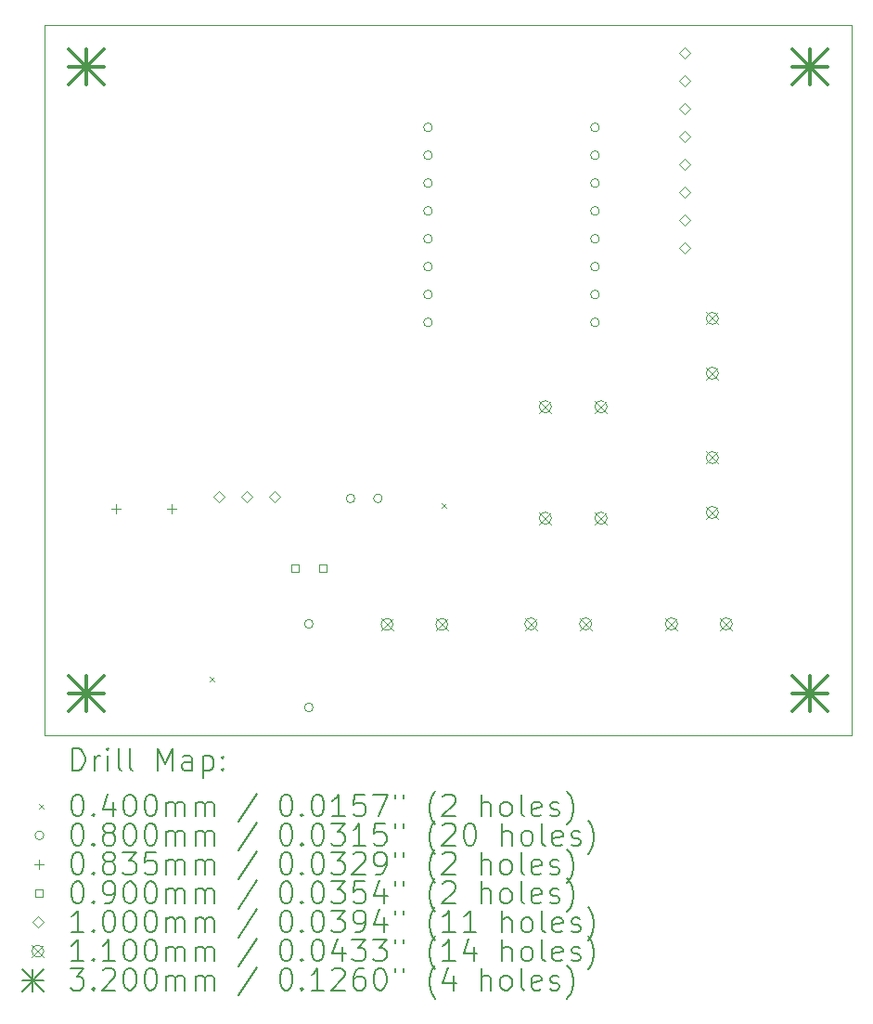
<source format=gbr>
%TF.GenerationSoftware,KiCad,Pcbnew,7.0.9*%
%TF.CreationDate,2025-08-15T16:54:00+02:00*%
%TF.ProjectId,Kicad_Projet_Sons_HW896_V2,4b696361-645f-4507-926f-6a65745f536f,rev?*%
%TF.SameCoordinates,Original*%
%TF.FileFunction,Drillmap*%
%TF.FilePolarity,Positive*%
%FSLAX45Y45*%
G04 Gerber Fmt 4.5, Leading zero omitted, Abs format (unit mm)*
G04 Created by KiCad (PCBNEW 7.0.9) date 2025-08-15 16:54:00*
%MOMM*%
%LPD*%
G01*
G04 APERTURE LIST*
%ADD10C,0.100000*%
%ADD11C,0.200000*%
%ADD12C,0.110000*%
%ADD13C,0.320000*%
G04 APERTURE END LIST*
D10*
X11046000Y-10800000D02*
X11046000Y-4319000D01*
X18412000Y-4319000D02*
X18412000Y-10800000D01*
X11046000Y-4319000D02*
X18412000Y-4319000D01*
X18412000Y-10800000D02*
X11046000Y-10800000D01*
D11*
D10*
X12555520Y-10261510D02*
X12595520Y-10301510D01*
X12595520Y-10261510D02*
X12555520Y-10301510D01*
X14669940Y-8681910D02*
X14709940Y-8721910D01*
X14709940Y-8681910D02*
X14669940Y-8721910D01*
X13499000Y-9780000D02*
G75*
G03*
X13499000Y-9780000I-40000J0D01*
G01*
X13499000Y-10542000D02*
G75*
G03*
X13499000Y-10542000I-40000J0D01*
G01*
X13880000Y-8636000D02*
G75*
G03*
X13880000Y-8636000I-40000J0D01*
G01*
X14130000Y-8636000D02*
G75*
G03*
X14130000Y-8636000I-40000J0D01*
G01*
X14587000Y-5252000D02*
G75*
G03*
X14587000Y-5252000I-40000J0D01*
G01*
X14587000Y-5506000D02*
G75*
G03*
X14587000Y-5506000I-40000J0D01*
G01*
X14587000Y-5760000D02*
G75*
G03*
X14587000Y-5760000I-40000J0D01*
G01*
X14587000Y-6014000D02*
G75*
G03*
X14587000Y-6014000I-40000J0D01*
G01*
X14587000Y-6268000D02*
G75*
G03*
X14587000Y-6268000I-40000J0D01*
G01*
X14587000Y-6522000D02*
G75*
G03*
X14587000Y-6522000I-40000J0D01*
G01*
X14587000Y-6776000D02*
G75*
G03*
X14587000Y-6776000I-40000J0D01*
G01*
X14587000Y-7030000D02*
G75*
G03*
X14587000Y-7030000I-40000J0D01*
G01*
X16111000Y-5252000D02*
G75*
G03*
X16111000Y-5252000I-40000J0D01*
G01*
X16111000Y-5506000D02*
G75*
G03*
X16111000Y-5506000I-40000J0D01*
G01*
X16111000Y-5760000D02*
G75*
G03*
X16111000Y-5760000I-40000J0D01*
G01*
X16111000Y-6014000D02*
G75*
G03*
X16111000Y-6014000I-40000J0D01*
G01*
X16111000Y-6268000D02*
G75*
G03*
X16111000Y-6268000I-40000J0D01*
G01*
X16111000Y-6522000D02*
G75*
G03*
X16111000Y-6522000I-40000J0D01*
G01*
X16111000Y-6776000D02*
G75*
G03*
X16111000Y-6776000I-40000J0D01*
G01*
X16111000Y-7030000D02*
G75*
G03*
X16111000Y-7030000I-40000J0D01*
G01*
X11702000Y-8687250D02*
X11702000Y-8770750D01*
X11660250Y-8729000D02*
X11743750Y-8729000D01*
X12210000Y-8687250D02*
X12210000Y-8770750D01*
X12168250Y-8729000D02*
X12251750Y-8729000D01*
X13363820Y-9303820D02*
X13363820Y-9240180D01*
X13300180Y-9240180D01*
X13300180Y-9303820D01*
X13363820Y-9303820D01*
X13617820Y-9303820D02*
X13617820Y-9240180D01*
X13554180Y-9240180D01*
X13554180Y-9303820D01*
X13617820Y-9303820D01*
X12636000Y-8669000D02*
X12686000Y-8619000D01*
X12636000Y-8569000D01*
X12586000Y-8619000D01*
X12636000Y-8669000D01*
X12890000Y-8669000D02*
X12940000Y-8619000D01*
X12890000Y-8569000D01*
X12840000Y-8619000D01*
X12890000Y-8669000D01*
X13144000Y-8669000D02*
X13194000Y-8619000D01*
X13144000Y-8569000D01*
X13094000Y-8619000D01*
X13144000Y-8669000D01*
X16888000Y-4623000D02*
X16938000Y-4573000D01*
X16888000Y-4523000D01*
X16838000Y-4573000D01*
X16888000Y-4623000D01*
X16888000Y-4877000D02*
X16938000Y-4827000D01*
X16888000Y-4777000D01*
X16838000Y-4827000D01*
X16888000Y-4877000D01*
X16888000Y-5131000D02*
X16938000Y-5081000D01*
X16888000Y-5031000D01*
X16838000Y-5081000D01*
X16888000Y-5131000D01*
X16888000Y-5385000D02*
X16938000Y-5335000D01*
X16888000Y-5285000D01*
X16838000Y-5335000D01*
X16888000Y-5385000D01*
X16888000Y-5639000D02*
X16938000Y-5589000D01*
X16888000Y-5539000D01*
X16838000Y-5589000D01*
X16888000Y-5639000D01*
X16888000Y-5893000D02*
X16938000Y-5843000D01*
X16888000Y-5793000D01*
X16838000Y-5843000D01*
X16888000Y-5893000D01*
X16888000Y-6147000D02*
X16938000Y-6097000D01*
X16888000Y-6047000D01*
X16838000Y-6097000D01*
X16888000Y-6147000D01*
X16888000Y-6401000D02*
X16938000Y-6351000D01*
X16888000Y-6301000D01*
X16838000Y-6351000D01*
X16888000Y-6401000D01*
D12*
X14118000Y-9730000D02*
X14228000Y-9840000D01*
X14228000Y-9730000D02*
X14118000Y-9840000D01*
X14228000Y-9785000D02*
G75*
G03*
X14228000Y-9785000I-55000J0D01*
G01*
X14618000Y-9730000D02*
X14728000Y-9840000D01*
X14728000Y-9730000D02*
X14618000Y-9840000D01*
X14728000Y-9785000D02*
G75*
G03*
X14728000Y-9785000I-55000J0D01*
G01*
X15431000Y-9725000D02*
X15541000Y-9835000D01*
X15541000Y-9725000D02*
X15431000Y-9835000D01*
X15541000Y-9780000D02*
G75*
G03*
X15541000Y-9780000I-55000J0D01*
G01*
X15563000Y-7745000D02*
X15673000Y-7855000D01*
X15673000Y-7745000D02*
X15563000Y-7855000D01*
X15673000Y-7800000D02*
G75*
G03*
X15673000Y-7800000I-55000J0D01*
G01*
X15563000Y-8761000D02*
X15673000Y-8871000D01*
X15673000Y-8761000D02*
X15563000Y-8871000D01*
X15673000Y-8816000D02*
G75*
G03*
X15673000Y-8816000I-55000J0D01*
G01*
X15931000Y-9725000D02*
X16041000Y-9835000D01*
X16041000Y-9725000D02*
X15931000Y-9835000D01*
X16041000Y-9780000D02*
G75*
G03*
X16041000Y-9780000I-55000J0D01*
G01*
X16071000Y-7745000D02*
X16181000Y-7855000D01*
X16181000Y-7745000D02*
X16071000Y-7855000D01*
X16181000Y-7800000D02*
G75*
G03*
X16181000Y-7800000I-55000J0D01*
G01*
X16071000Y-8761000D02*
X16181000Y-8871000D01*
X16181000Y-8761000D02*
X16071000Y-8871000D01*
X16181000Y-8816000D02*
G75*
G03*
X16181000Y-8816000I-55000J0D01*
G01*
X16714000Y-9725000D02*
X16824000Y-9835000D01*
X16824000Y-9725000D02*
X16714000Y-9835000D01*
X16824000Y-9780000D02*
G75*
G03*
X16824000Y-9780000I-55000J0D01*
G01*
X17087000Y-6939000D02*
X17197000Y-7049000D01*
X17197000Y-6939000D02*
X17087000Y-7049000D01*
X17197000Y-6994000D02*
G75*
G03*
X17197000Y-6994000I-55000J0D01*
G01*
X17087000Y-7439000D02*
X17197000Y-7549000D01*
X17197000Y-7439000D02*
X17087000Y-7549000D01*
X17197000Y-7494000D02*
G75*
G03*
X17197000Y-7494000I-55000J0D01*
G01*
X17087000Y-8209000D02*
X17197000Y-8319000D01*
X17197000Y-8209000D02*
X17087000Y-8319000D01*
X17197000Y-8264000D02*
G75*
G03*
X17197000Y-8264000I-55000J0D01*
G01*
X17087000Y-8709000D02*
X17197000Y-8819000D01*
X17197000Y-8709000D02*
X17087000Y-8819000D01*
X17197000Y-8764000D02*
G75*
G03*
X17197000Y-8764000I-55000J0D01*
G01*
X17214000Y-9725000D02*
X17324000Y-9835000D01*
X17324000Y-9725000D02*
X17214000Y-9835000D01*
X17324000Y-9780000D02*
G75*
G03*
X17324000Y-9780000I-55000J0D01*
G01*
D13*
X11267000Y-4540000D02*
X11587000Y-4860000D01*
X11587000Y-4540000D02*
X11267000Y-4860000D01*
X11427000Y-4540000D02*
X11427000Y-4860000D01*
X11267000Y-4700000D02*
X11587000Y-4700000D01*
X11267000Y-10255000D02*
X11587000Y-10575000D01*
X11587000Y-10255000D02*
X11267000Y-10575000D01*
X11427000Y-10255000D02*
X11427000Y-10575000D01*
X11267000Y-10415000D02*
X11587000Y-10415000D01*
X17871000Y-4540000D02*
X18191000Y-4860000D01*
X18191000Y-4540000D02*
X17871000Y-4860000D01*
X18031000Y-4540000D02*
X18031000Y-4860000D01*
X17871000Y-4700000D02*
X18191000Y-4700000D01*
X17871000Y-10255000D02*
X18191000Y-10575000D01*
X18191000Y-10255000D02*
X17871000Y-10575000D01*
X18031000Y-10255000D02*
X18031000Y-10575000D01*
X17871000Y-10415000D02*
X18191000Y-10415000D01*
D11*
X11301777Y-11116484D02*
X11301777Y-10916484D01*
X11301777Y-10916484D02*
X11349396Y-10916484D01*
X11349396Y-10916484D02*
X11377967Y-10926008D01*
X11377967Y-10926008D02*
X11397015Y-10945055D01*
X11397015Y-10945055D02*
X11406539Y-10964103D01*
X11406539Y-10964103D02*
X11416062Y-11002198D01*
X11416062Y-11002198D02*
X11416062Y-11030770D01*
X11416062Y-11030770D02*
X11406539Y-11068865D01*
X11406539Y-11068865D02*
X11397015Y-11087912D01*
X11397015Y-11087912D02*
X11377967Y-11106960D01*
X11377967Y-11106960D02*
X11349396Y-11116484D01*
X11349396Y-11116484D02*
X11301777Y-11116484D01*
X11501777Y-11116484D02*
X11501777Y-10983150D01*
X11501777Y-11021246D02*
X11511301Y-11002198D01*
X11511301Y-11002198D02*
X11520824Y-10992674D01*
X11520824Y-10992674D02*
X11539872Y-10983150D01*
X11539872Y-10983150D02*
X11558920Y-10983150D01*
X11625586Y-11116484D02*
X11625586Y-10983150D01*
X11625586Y-10916484D02*
X11616062Y-10926008D01*
X11616062Y-10926008D02*
X11625586Y-10935531D01*
X11625586Y-10935531D02*
X11635110Y-10926008D01*
X11635110Y-10926008D02*
X11625586Y-10916484D01*
X11625586Y-10916484D02*
X11625586Y-10935531D01*
X11749396Y-11116484D02*
X11730348Y-11106960D01*
X11730348Y-11106960D02*
X11720824Y-11087912D01*
X11720824Y-11087912D02*
X11720824Y-10916484D01*
X11854158Y-11116484D02*
X11835110Y-11106960D01*
X11835110Y-11106960D02*
X11825586Y-11087912D01*
X11825586Y-11087912D02*
X11825586Y-10916484D01*
X12082729Y-11116484D02*
X12082729Y-10916484D01*
X12082729Y-10916484D02*
X12149396Y-11059341D01*
X12149396Y-11059341D02*
X12216062Y-10916484D01*
X12216062Y-10916484D02*
X12216062Y-11116484D01*
X12397015Y-11116484D02*
X12397015Y-11011722D01*
X12397015Y-11011722D02*
X12387491Y-10992674D01*
X12387491Y-10992674D02*
X12368443Y-10983150D01*
X12368443Y-10983150D02*
X12330348Y-10983150D01*
X12330348Y-10983150D02*
X12311301Y-10992674D01*
X12397015Y-11106960D02*
X12377967Y-11116484D01*
X12377967Y-11116484D02*
X12330348Y-11116484D01*
X12330348Y-11116484D02*
X12311301Y-11106960D01*
X12311301Y-11106960D02*
X12301777Y-11087912D01*
X12301777Y-11087912D02*
X12301777Y-11068865D01*
X12301777Y-11068865D02*
X12311301Y-11049817D01*
X12311301Y-11049817D02*
X12330348Y-11040293D01*
X12330348Y-11040293D02*
X12377967Y-11040293D01*
X12377967Y-11040293D02*
X12397015Y-11030770D01*
X12492253Y-10983150D02*
X12492253Y-11183150D01*
X12492253Y-10992674D02*
X12511301Y-10983150D01*
X12511301Y-10983150D02*
X12549396Y-10983150D01*
X12549396Y-10983150D02*
X12568443Y-10992674D01*
X12568443Y-10992674D02*
X12577967Y-11002198D01*
X12577967Y-11002198D02*
X12587491Y-11021246D01*
X12587491Y-11021246D02*
X12587491Y-11078389D01*
X12587491Y-11078389D02*
X12577967Y-11097436D01*
X12577967Y-11097436D02*
X12568443Y-11106960D01*
X12568443Y-11106960D02*
X12549396Y-11116484D01*
X12549396Y-11116484D02*
X12511301Y-11116484D01*
X12511301Y-11116484D02*
X12492253Y-11106960D01*
X12673205Y-11097436D02*
X12682729Y-11106960D01*
X12682729Y-11106960D02*
X12673205Y-11116484D01*
X12673205Y-11116484D02*
X12663682Y-11106960D01*
X12663682Y-11106960D02*
X12673205Y-11097436D01*
X12673205Y-11097436D02*
X12673205Y-11116484D01*
X12673205Y-10992674D02*
X12682729Y-11002198D01*
X12682729Y-11002198D02*
X12673205Y-11011722D01*
X12673205Y-11011722D02*
X12663682Y-11002198D01*
X12663682Y-11002198D02*
X12673205Y-10992674D01*
X12673205Y-10992674D02*
X12673205Y-11011722D01*
D10*
X11001000Y-11425000D02*
X11041000Y-11465000D01*
X11041000Y-11425000D02*
X11001000Y-11465000D01*
D11*
X11339872Y-11336484D02*
X11358920Y-11336484D01*
X11358920Y-11336484D02*
X11377967Y-11346008D01*
X11377967Y-11346008D02*
X11387491Y-11355531D01*
X11387491Y-11355531D02*
X11397015Y-11374579D01*
X11397015Y-11374579D02*
X11406539Y-11412674D01*
X11406539Y-11412674D02*
X11406539Y-11460293D01*
X11406539Y-11460293D02*
X11397015Y-11498388D01*
X11397015Y-11498388D02*
X11387491Y-11517436D01*
X11387491Y-11517436D02*
X11377967Y-11526960D01*
X11377967Y-11526960D02*
X11358920Y-11536484D01*
X11358920Y-11536484D02*
X11339872Y-11536484D01*
X11339872Y-11536484D02*
X11320824Y-11526960D01*
X11320824Y-11526960D02*
X11311301Y-11517436D01*
X11311301Y-11517436D02*
X11301777Y-11498388D01*
X11301777Y-11498388D02*
X11292253Y-11460293D01*
X11292253Y-11460293D02*
X11292253Y-11412674D01*
X11292253Y-11412674D02*
X11301777Y-11374579D01*
X11301777Y-11374579D02*
X11311301Y-11355531D01*
X11311301Y-11355531D02*
X11320824Y-11346008D01*
X11320824Y-11346008D02*
X11339872Y-11336484D01*
X11492253Y-11517436D02*
X11501777Y-11526960D01*
X11501777Y-11526960D02*
X11492253Y-11536484D01*
X11492253Y-11536484D02*
X11482729Y-11526960D01*
X11482729Y-11526960D02*
X11492253Y-11517436D01*
X11492253Y-11517436D02*
X11492253Y-11536484D01*
X11673205Y-11403150D02*
X11673205Y-11536484D01*
X11625586Y-11326960D02*
X11577967Y-11469817D01*
X11577967Y-11469817D02*
X11701777Y-11469817D01*
X11816062Y-11336484D02*
X11835110Y-11336484D01*
X11835110Y-11336484D02*
X11854158Y-11346008D01*
X11854158Y-11346008D02*
X11863682Y-11355531D01*
X11863682Y-11355531D02*
X11873205Y-11374579D01*
X11873205Y-11374579D02*
X11882729Y-11412674D01*
X11882729Y-11412674D02*
X11882729Y-11460293D01*
X11882729Y-11460293D02*
X11873205Y-11498388D01*
X11873205Y-11498388D02*
X11863682Y-11517436D01*
X11863682Y-11517436D02*
X11854158Y-11526960D01*
X11854158Y-11526960D02*
X11835110Y-11536484D01*
X11835110Y-11536484D02*
X11816062Y-11536484D01*
X11816062Y-11536484D02*
X11797015Y-11526960D01*
X11797015Y-11526960D02*
X11787491Y-11517436D01*
X11787491Y-11517436D02*
X11777967Y-11498388D01*
X11777967Y-11498388D02*
X11768443Y-11460293D01*
X11768443Y-11460293D02*
X11768443Y-11412674D01*
X11768443Y-11412674D02*
X11777967Y-11374579D01*
X11777967Y-11374579D02*
X11787491Y-11355531D01*
X11787491Y-11355531D02*
X11797015Y-11346008D01*
X11797015Y-11346008D02*
X11816062Y-11336484D01*
X12006539Y-11336484D02*
X12025586Y-11336484D01*
X12025586Y-11336484D02*
X12044634Y-11346008D01*
X12044634Y-11346008D02*
X12054158Y-11355531D01*
X12054158Y-11355531D02*
X12063682Y-11374579D01*
X12063682Y-11374579D02*
X12073205Y-11412674D01*
X12073205Y-11412674D02*
X12073205Y-11460293D01*
X12073205Y-11460293D02*
X12063682Y-11498388D01*
X12063682Y-11498388D02*
X12054158Y-11517436D01*
X12054158Y-11517436D02*
X12044634Y-11526960D01*
X12044634Y-11526960D02*
X12025586Y-11536484D01*
X12025586Y-11536484D02*
X12006539Y-11536484D01*
X12006539Y-11536484D02*
X11987491Y-11526960D01*
X11987491Y-11526960D02*
X11977967Y-11517436D01*
X11977967Y-11517436D02*
X11968443Y-11498388D01*
X11968443Y-11498388D02*
X11958920Y-11460293D01*
X11958920Y-11460293D02*
X11958920Y-11412674D01*
X11958920Y-11412674D02*
X11968443Y-11374579D01*
X11968443Y-11374579D02*
X11977967Y-11355531D01*
X11977967Y-11355531D02*
X11987491Y-11346008D01*
X11987491Y-11346008D02*
X12006539Y-11336484D01*
X12158920Y-11536484D02*
X12158920Y-11403150D01*
X12158920Y-11422198D02*
X12168443Y-11412674D01*
X12168443Y-11412674D02*
X12187491Y-11403150D01*
X12187491Y-11403150D02*
X12216063Y-11403150D01*
X12216063Y-11403150D02*
X12235110Y-11412674D01*
X12235110Y-11412674D02*
X12244634Y-11431722D01*
X12244634Y-11431722D02*
X12244634Y-11536484D01*
X12244634Y-11431722D02*
X12254158Y-11412674D01*
X12254158Y-11412674D02*
X12273205Y-11403150D01*
X12273205Y-11403150D02*
X12301777Y-11403150D01*
X12301777Y-11403150D02*
X12320824Y-11412674D01*
X12320824Y-11412674D02*
X12330348Y-11431722D01*
X12330348Y-11431722D02*
X12330348Y-11536484D01*
X12425586Y-11536484D02*
X12425586Y-11403150D01*
X12425586Y-11422198D02*
X12435110Y-11412674D01*
X12435110Y-11412674D02*
X12454158Y-11403150D01*
X12454158Y-11403150D02*
X12482729Y-11403150D01*
X12482729Y-11403150D02*
X12501777Y-11412674D01*
X12501777Y-11412674D02*
X12511301Y-11431722D01*
X12511301Y-11431722D02*
X12511301Y-11536484D01*
X12511301Y-11431722D02*
X12520824Y-11412674D01*
X12520824Y-11412674D02*
X12539872Y-11403150D01*
X12539872Y-11403150D02*
X12568443Y-11403150D01*
X12568443Y-11403150D02*
X12587491Y-11412674D01*
X12587491Y-11412674D02*
X12597015Y-11431722D01*
X12597015Y-11431722D02*
X12597015Y-11536484D01*
X12987491Y-11326960D02*
X12816063Y-11584103D01*
X13244634Y-11336484D02*
X13263682Y-11336484D01*
X13263682Y-11336484D02*
X13282729Y-11346008D01*
X13282729Y-11346008D02*
X13292253Y-11355531D01*
X13292253Y-11355531D02*
X13301777Y-11374579D01*
X13301777Y-11374579D02*
X13311301Y-11412674D01*
X13311301Y-11412674D02*
X13311301Y-11460293D01*
X13311301Y-11460293D02*
X13301777Y-11498388D01*
X13301777Y-11498388D02*
X13292253Y-11517436D01*
X13292253Y-11517436D02*
X13282729Y-11526960D01*
X13282729Y-11526960D02*
X13263682Y-11536484D01*
X13263682Y-11536484D02*
X13244634Y-11536484D01*
X13244634Y-11536484D02*
X13225586Y-11526960D01*
X13225586Y-11526960D02*
X13216063Y-11517436D01*
X13216063Y-11517436D02*
X13206539Y-11498388D01*
X13206539Y-11498388D02*
X13197015Y-11460293D01*
X13197015Y-11460293D02*
X13197015Y-11412674D01*
X13197015Y-11412674D02*
X13206539Y-11374579D01*
X13206539Y-11374579D02*
X13216063Y-11355531D01*
X13216063Y-11355531D02*
X13225586Y-11346008D01*
X13225586Y-11346008D02*
X13244634Y-11336484D01*
X13397015Y-11517436D02*
X13406539Y-11526960D01*
X13406539Y-11526960D02*
X13397015Y-11536484D01*
X13397015Y-11536484D02*
X13387491Y-11526960D01*
X13387491Y-11526960D02*
X13397015Y-11517436D01*
X13397015Y-11517436D02*
X13397015Y-11536484D01*
X13530348Y-11336484D02*
X13549396Y-11336484D01*
X13549396Y-11336484D02*
X13568444Y-11346008D01*
X13568444Y-11346008D02*
X13577967Y-11355531D01*
X13577967Y-11355531D02*
X13587491Y-11374579D01*
X13587491Y-11374579D02*
X13597015Y-11412674D01*
X13597015Y-11412674D02*
X13597015Y-11460293D01*
X13597015Y-11460293D02*
X13587491Y-11498388D01*
X13587491Y-11498388D02*
X13577967Y-11517436D01*
X13577967Y-11517436D02*
X13568444Y-11526960D01*
X13568444Y-11526960D02*
X13549396Y-11536484D01*
X13549396Y-11536484D02*
X13530348Y-11536484D01*
X13530348Y-11536484D02*
X13511301Y-11526960D01*
X13511301Y-11526960D02*
X13501777Y-11517436D01*
X13501777Y-11517436D02*
X13492253Y-11498388D01*
X13492253Y-11498388D02*
X13482729Y-11460293D01*
X13482729Y-11460293D02*
X13482729Y-11412674D01*
X13482729Y-11412674D02*
X13492253Y-11374579D01*
X13492253Y-11374579D02*
X13501777Y-11355531D01*
X13501777Y-11355531D02*
X13511301Y-11346008D01*
X13511301Y-11346008D02*
X13530348Y-11336484D01*
X13787491Y-11536484D02*
X13673206Y-11536484D01*
X13730348Y-11536484D02*
X13730348Y-11336484D01*
X13730348Y-11336484D02*
X13711301Y-11365055D01*
X13711301Y-11365055D02*
X13692253Y-11384103D01*
X13692253Y-11384103D02*
X13673206Y-11393627D01*
X13968444Y-11336484D02*
X13873206Y-11336484D01*
X13873206Y-11336484D02*
X13863682Y-11431722D01*
X13863682Y-11431722D02*
X13873206Y-11422198D01*
X13873206Y-11422198D02*
X13892253Y-11412674D01*
X13892253Y-11412674D02*
X13939872Y-11412674D01*
X13939872Y-11412674D02*
X13958920Y-11422198D01*
X13958920Y-11422198D02*
X13968444Y-11431722D01*
X13968444Y-11431722D02*
X13977967Y-11450769D01*
X13977967Y-11450769D02*
X13977967Y-11498388D01*
X13977967Y-11498388D02*
X13968444Y-11517436D01*
X13968444Y-11517436D02*
X13958920Y-11526960D01*
X13958920Y-11526960D02*
X13939872Y-11536484D01*
X13939872Y-11536484D02*
X13892253Y-11536484D01*
X13892253Y-11536484D02*
X13873206Y-11526960D01*
X13873206Y-11526960D02*
X13863682Y-11517436D01*
X14044634Y-11336484D02*
X14177967Y-11336484D01*
X14177967Y-11336484D02*
X14092253Y-11536484D01*
X14244634Y-11336484D02*
X14244634Y-11374579D01*
X14320825Y-11336484D02*
X14320825Y-11374579D01*
X14616063Y-11612674D02*
X14606539Y-11603150D01*
X14606539Y-11603150D02*
X14587491Y-11574579D01*
X14587491Y-11574579D02*
X14577968Y-11555531D01*
X14577968Y-11555531D02*
X14568444Y-11526960D01*
X14568444Y-11526960D02*
X14558920Y-11479341D01*
X14558920Y-11479341D02*
X14558920Y-11441246D01*
X14558920Y-11441246D02*
X14568444Y-11393627D01*
X14568444Y-11393627D02*
X14577968Y-11365055D01*
X14577968Y-11365055D02*
X14587491Y-11346008D01*
X14587491Y-11346008D02*
X14606539Y-11317436D01*
X14606539Y-11317436D02*
X14616063Y-11307912D01*
X14682729Y-11355531D02*
X14692253Y-11346008D01*
X14692253Y-11346008D02*
X14711301Y-11336484D01*
X14711301Y-11336484D02*
X14758920Y-11336484D01*
X14758920Y-11336484D02*
X14777968Y-11346008D01*
X14777968Y-11346008D02*
X14787491Y-11355531D01*
X14787491Y-11355531D02*
X14797015Y-11374579D01*
X14797015Y-11374579D02*
X14797015Y-11393627D01*
X14797015Y-11393627D02*
X14787491Y-11422198D01*
X14787491Y-11422198D02*
X14673206Y-11536484D01*
X14673206Y-11536484D02*
X14797015Y-11536484D01*
X15035110Y-11536484D02*
X15035110Y-11336484D01*
X15120825Y-11536484D02*
X15120825Y-11431722D01*
X15120825Y-11431722D02*
X15111301Y-11412674D01*
X15111301Y-11412674D02*
X15092253Y-11403150D01*
X15092253Y-11403150D02*
X15063682Y-11403150D01*
X15063682Y-11403150D02*
X15044634Y-11412674D01*
X15044634Y-11412674D02*
X15035110Y-11422198D01*
X15244634Y-11536484D02*
X15225587Y-11526960D01*
X15225587Y-11526960D02*
X15216063Y-11517436D01*
X15216063Y-11517436D02*
X15206539Y-11498388D01*
X15206539Y-11498388D02*
X15206539Y-11441246D01*
X15206539Y-11441246D02*
X15216063Y-11422198D01*
X15216063Y-11422198D02*
X15225587Y-11412674D01*
X15225587Y-11412674D02*
X15244634Y-11403150D01*
X15244634Y-11403150D02*
X15273206Y-11403150D01*
X15273206Y-11403150D02*
X15292253Y-11412674D01*
X15292253Y-11412674D02*
X15301777Y-11422198D01*
X15301777Y-11422198D02*
X15311301Y-11441246D01*
X15311301Y-11441246D02*
X15311301Y-11498388D01*
X15311301Y-11498388D02*
X15301777Y-11517436D01*
X15301777Y-11517436D02*
X15292253Y-11526960D01*
X15292253Y-11526960D02*
X15273206Y-11536484D01*
X15273206Y-11536484D02*
X15244634Y-11536484D01*
X15425587Y-11536484D02*
X15406539Y-11526960D01*
X15406539Y-11526960D02*
X15397015Y-11507912D01*
X15397015Y-11507912D02*
X15397015Y-11336484D01*
X15577968Y-11526960D02*
X15558920Y-11536484D01*
X15558920Y-11536484D02*
X15520825Y-11536484D01*
X15520825Y-11536484D02*
X15501777Y-11526960D01*
X15501777Y-11526960D02*
X15492253Y-11507912D01*
X15492253Y-11507912D02*
X15492253Y-11431722D01*
X15492253Y-11431722D02*
X15501777Y-11412674D01*
X15501777Y-11412674D02*
X15520825Y-11403150D01*
X15520825Y-11403150D02*
X15558920Y-11403150D01*
X15558920Y-11403150D02*
X15577968Y-11412674D01*
X15577968Y-11412674D02*
X15587491Y-11431722D01*
X15587491Y-11431722D02*
X15587491Y-11450769D01*
X15587491Y-11450769D02*
X15492253Y-11469817D01*
X15663682Y-11526960D02*
X15682730Y-11536484D01*
X15682730Y-11536484D02*
X15720825Y-11536484D01*
X15720825Y-11536484D02*
X15739872Y-11526960D01*
X15739872Y-11526960D02*
X15749396Y-11507912D01*
X15749396Y-11507912D02*
X15749396Y-11498388D01*
X15749396Y-11498388D02*
X15739872Y-11479341D01*
X15739872Y-11479341D02*
X15720825Y-11469817D01*
X15720825Y-11469817D02*
X15692253Y-11469817D01*
X15692253Y-11469817D02*
X15673206Y-11460293D01*
X15673206Y-11460293D02*
X15663682Y-11441246D01*
X15663682Y-11441246D02*
X15663682Y-11431722D01*
X15663682Y-11431722D02*
X15673206Y-11412674D01*
X15673206Y-11412674D02*
X15692253Y-11403150D01*
X15692253Y-11403150D02*
X15720825Y-11403150D01*
X15720825Y-11403150D02*
X15739872Y-11412674D01*
X15816063Y-11612674D02*
X15825587Y-11603150D01*
X15825587Y-11603150D02*
X15844634Y-11574579D01*
X15844634Y-11574579D02*
X15854158Y-11555531D01*
X15854158Y-11555531D02*
X15863682Y-11526960D01*
X15863682Y-11526960D02*
X15873206Y-11479341D01*
X15873206Y-11479341D02*
X15873206Y-11441246D01*
X15873206Y-11441246D02*
X15863682Y-11393627D01*
X15863682Y-11393627D02*
X15854158Y-11365055D01*
X15854158Y-11365055D02*
X15844634Y-11346008D01*
X15844634Y-11346008D02*
X15825587Y-11317436D01*
X15825587Y-11317436D02*
X15816063Y-11307912D01*
D10*
X11041000Y-11709000D02*
G75*
G03*
X11041000Y-11709000I-40000J0D01*
G01*
D11*
X11339872Y-11600484D02*
X11358920Y-11600484D01*
X11358920Y-11600484D02*
X11377967Y-11610008D01*
X11377967Y-11610008D02*
X11387491Y-11619531D01*
X11387491Y-11619531D02*
X11397015Y-11638579D01*
X11397015Y-11638579D02*
X11406539Y-11676674D01*
X11406539Y-11676674D02*
X11406539Y-11724293D01*
X11406539Y-11724293D02*
X11397015Y-11762388D01*
X11397015Y-11762388D02*
X11387491Y-11781436D01*
X11387491Y-11781436D02*
X11377967Y-11790960D01*
X11377967Y-11790960D02*
X11358920Y-11800484D01*
X11358920Y-11800484D02*
X11339872Y-11800484D01*
X11339872Y-11800484D02*
X11320824Y-11790960D01*
X11320824Y-11790960D02*
X11311301Y-11781436D01*
X11311301Y-11781436D02*
X11301777Y-11762388D01*
X11301777Y-11762388D02*
X11292253Y-11724293D01*
X11292253Y-11724293D02*
X11292253Y-11676674D01*
X11292253Y-11676674D02*
X11301777Y-11638579D01*
X11301777Y-11638579D02*
X11311301Y-11619531D01*
X11311301Y-11619531D02*
X11320824Y-11610008D01*
X11320824Y-11610008D02*
X11339872Y-11600484D01*
X11492253Y-11781436D02*
X11501777Y-11790960D01*
X11501777Y-11790960D02*
X11492253Y-11800484D01*
X11492253Y-11800484D02*
X11482729Y-11790960D01*
X11482729Y-11790960D02*
X11492253Y-11781436D01*
X11492253Y-11781436D02*
X11492253Y-11800484D01*
X11616062Y-11686198D02*
X11597015Y-11676674D01*
X11597015Y-11676674D02*
X11587491Y-11667150D01*
X11587491Y-11667150D02*
X11577967Y-11648103D01*
X11577967Y-11648103D02*
X11577967Y-11638579D01*
X11577967Y-11638579D02*
X11587491Y-11619531D01*
X11587491Y-11619531D02*
X11597015Y-11610008D01*
X11597015Y-11610008D02*
X11616062Y-11600484D01*
X11616062Y-11600484D02*
X11654158Y-11600484D01*
X11654158Y-11600484D02*
X11673205Y-11610008D01*
X11673205Y-11610008D02*
X11682729Y-11619531D01*
X11682729Y-11619531D02*
X11692253Y-11638579D01*
X11692253Y-11638579D02*
X11692253Y-11648103D01*
X11692253Y-11648103D02*
X11682729Y-11667150D01*
X11682729Y-11667150D02*
X11673205Y-11676674D01*
X11673205Y-11676674D02*
X11654158Y-11686198D01*
X11654158Y-11686198D02*
X11616062Y-11686198D01*
X11616062Y-11686198D02*
X11597015Y-11695722D01*
X11597015Y-11695722D02*
X11587491Y-11705246D01*
X11587491Y-11705246D02*
X11577967Y-11724293D01*
X11577967Y-11724293D02*
X11577967Y-11762388D01*
X11577967Y-11762388D02*
X11587491Y-11781436D01*
X11587491Y-11781436D02*
X11597015Y-11790960D01*
X11597015Y-11790960D02*
X11616062Y-11800484D01*
X11616062Y-11800484D02*
X11654158Y-11800484D01*
X11654158Y-11800484D02*
X11673205Y-11790960D01*
X11673205Y-11790960D02*
X11682729Y-11781436D01*
X11682729Y-11781436D02*
X11692253Y-11762388D01*
X11692253Y-11762388D02*
X11692253Y-11724293D01*
X11692253Y-11724293D02*
X11682729Y-11705246D01*
X11682729Y-11705246D02*
X11673205Y-11695722D01*
X11673205Y-11695722D02*
X11654158Y-11686198D01*
X11816062Y-11600484D02*
X11835110Y-11600484D01*
X11835110Y-11600484D02*
X11854158Y-11610008D01*
X11854158Y-11610008D02*
X11863682Y-11619531D01*
X11863682Y-11619531D02*
X11873205Y-11638579D01*
X11873205Y-11638579D02*
X11882729Y-11676674D01*
X11882729Y-11676674D02*
X11882729Y-11724293D01*
X11882729Y-11724293D02*
X11873205Y-11762388D01*
X11873205Y-11762388D02*
X11863682Y-11781436D01*
X11863682Y-11781436D02*
X11854158Y-11790960D01*
X11854158Y-11790960D02*
X11835110Y-11800484D01*
X11835110Y-11800484D02*
X11816062Y-11800484D01*
X11816062Y-11800484D02*
X11797015Y-11790960D01*
X11797015Y-11790960D02*
X11787491Y-11781436D01*
X11787491Y-11781436D02*
X11777967Y-11762388D01*
X11777967Y-11762388D02*
X11768443Y-11724293D01*
X11768443Y-11724293D02*
X11768443Y-11676674D01*
X11768443Y-11676674D02*
X11777967Y-11638579D01*
X11777967Y-11638579D02*
X11787491Y-11619531D01*
X11787491Y-11619531D02*
X11797015Y-11610008D01*
X11797015Y-11610008D02*
X11816062Y-11600484D01*
X12006539Y-11600484D02*
X12025586Y-11600484D01*
X12025586Y-11600484D02*
X12044634Y-11610008D01*
X12044634Y-11610008D02*
X12054158Y-11619531D01*
X12054158Y-11619531D02*
X12063682Y-11638579D01*
X12063682Y-11638579D02*
X12073205Y-11676674D01*
X12073205Y-11676674D02*
X12073205Y-11724293D01*
X12073205Y-11724293D02*
X12063682Y-11762388D01*
X12063682Y-11762388D02*
X12054158Y-11781436D01*
X12054158Y-11781436D02*
X12044634Y-11790960D01*
X12044634Y-11790960D02*
X12025586Y-11800484D01*
X12025586Y-11800484D02*
X12006539Y-11800484D01*
X12006539Y-11800484D02*
X11987491Y-11790960D01*
X11987491Y-11790960D02*
X11977967Y-11781436D01*
X11977967Y-11781436D02*
X11968443Y-11762388D01*
X11968443Y-11762388D02*
X11958920Y-11724293D01*
X11958920Y-11724293D02*
X11958920Y-11676674D01*
X11958920Y-11676674D02*
X11968443Y-11638579D01*
X11968443Y-11638579D02*
X11977967Y-11619531D01*
X11977967Y-11619531D02*
X11987491Y-11610008D01*
X11987491Y-11610008D02*
X12006539Y-11600484D01*
X12158920Y-11800484D02*
X12158920Y-11667150D01*
X12158920Y-11686198D02*
X12168443Y-11676674D01*
X12168443Y-11676674D02*
X12187491Y-11667150D01*
X12187491Y-11667150D02*
X12216063Y-11667150D01*
X12216063Y-11667150D02*
X12235110Y-11676674D01*
X12235110Y-11676674D02*
X12244634Y-11695722D01*
X12244634Y-11695722D02*
X12244634Y-11800484D01*
X12244634Y-11695722D02*
X12254158Y-11676674D01*
X12254158Y-11676674D02*
X12273205Y-11667150D01*
X12273205Y-11667150D02*
X12301777Y-11667150D01*
X12301777Y-11667150D02*
X12320824Y-11676674D01*
X12320824Y-11676674D02*
X12330348Y-11695722D01*
X12330348Y-11695722D02*
X12330348Y-11800484D01*
X12425586Y-11800484D02*
X12425586Y-11667150D01*
X12425586Y-11686198D02*
X12435110Y-11676674D01*
X12435110Y-11676674D02*
X12454158Y-11667150D01*
X12454158Y-11667150D02*
X12482729Y-11667150D01*
X12482729Y-11667150D02*
X12501777Y-11676674D01*
X12501777Y-11676674D02*
X12511301Y-11695722D01*
X12511301Y-11695722D02*
X12511301Y-11800484D01*
X12511301Y-11695722D02*
X12520824Y-11676674D01*
X12520824Y-11676674D02*
X12539872Y-11667150D01*
X12539872Y-11667150D02*
X12568443Y-11667150D01*
X12568443Y-11667150D02*
X12587491Y-11676674D01*
X12587491Y-11676674D02*
X12597015Y-11695722D01*
X12597015Y-11695722D02*
X12597015Y-11800484D01*
X12987491Y-11590960D02*
X12816063Y-11848103D01*
X13244634Y-11600484D02*
X13263682Y-11600484D01*
X13263682Y-11600484D02*
X13282729Y-11610008D01*
X13282729Y-11610008D02*
X13292253Y-11619531D01*
X13292253Y-11619531D02*
X13301777Y-11638579D01*
X13301777Y-11638579D02*
X13311301Y-11676674D01*
X13311301Y-11676674D02*
X13311301Y-11724293D01*
X13311301Y-11724293D02*
X13301777Y-11762388D01*
X13301777Y-11762388D02*
X13292253Y-11781436D01*
X13292253Y-11781436D02*
X13282729Y-11790960D01*
X13282729Y-11790960D02*
X13263682Y-11800484D01*
X13263682Y-11800484D02*
X13244634Y-11800484D01*
X13244634Y-11800484D02*
X13225586Y-11790960D01*
X13225586Y-11790960D02*
X13216063Y-11781436D01*
X13216063Y-11781436D02*
X13206539Y-11762388D01*
X13206539Y-11762388D02*
X13197015Y-11724293D01*
X13197015Y-11724293D02*
X13197015Y-11676674D01*
X13197015Y-11676674D02*
X13206539Y-11638579D01*
X13206539Y-11638579D02*
X13216063Y-11619531D01*
X13216063Y-11619531D02*
X13225586Y-11610008D01*
X13225586Y-11610008D02*
X13244634Y-11600484D01*
X13397015Y-11781436D02*
X13406539Y-11790960D01*
X13406539Y-11790960D02*
X13397015Y-11800484D01*
X13397015Y-11800484D02*
X13387491Y-11790960D01*
X13387491Y-11790960D02*
X13397015Y-11781436D01*
X13397015Y-11781436D02*
X13397015Y-11800484D01*
X13530348Y-11600484D02*
X13549396Y-11600484D01*
X13549396Y-11600484D02*
X13568444Y-11610008D01*
X13568444Y-11610008D02*
X13577967Y-11619531D01*
X13577967Y-11619531D02*
X13587491Y-11638579D01*
X13587491Y-11638579D02*
X13597015Y-11676674D01*
X13597015Y-11676674D02*
X13597015Y-11724293D01*
X13597015Y-11724293D02*
X13587491Y-11762388D01*
X13587491Y-11762388D02*
X13577967Y-11781436D01*
X13577967Y-11781436D02*
X13568444Y-11790960D01*
X13568444Y-11790960D02*
X13549396Y-11800484D01*
X13549396Y-11800484D02*
X13530348Y-11800484D01*
X13530348Y-11800484D02*
X13511301Y-11790960D01*
X13511301Y-11790960D02*
X13501777Y-11781436D01*
X13501777Y-11781436D02*
X13492253Y-11762388D01*
X13492253Y-11762388D02*
X13482729Y-11724293D01*
X13482729Y-11724293D02*
X13482729Y-11676674D01*
X13482729Y-11676674D02*
X13492253Y-11638579D01*
X13492253Y-11638579D02*
X13501777Y-11619531D01*
X13501777Y-11619531D02*
X13511301Y-11610008D01*
X13511301Y-11610008D02*
X13530348Y-11600484D01*
X13663682Y-11600484D02*
X13787491Y-11600484D01*
X13787491Y-11600484D02*
X13720825Y-11676674D01*
X13720825Y-11676674D02*
X13749396Y-11676674D01*
X13749396Y-11676674D02*
X13768444Y-11686198D01*
X13768444Y-11686198D02*
X13777967Y-11695722D01*
X13777967Y-11695722D02*
X13787491Y-11714769D01*
X13787491Y-11714769D02*
X13787491Y-11762388D01*
X13787491Y-11762388D02*
X13777967Y-11781436D01*
X13777967Y-11781436D02*
X13768444Y-11790960D01*
X13768444Y-11790960D02*
X13749396Y-11800484D01*
X13749396Y-11800484D02*
X13692253Y-11800484D01*
X13692253Y-11800484D02*
X13673206Y-11790960D01*
X13673206Y-11790960D02*
X13663682Y-11781436D01*
X13977967Y-11800484D02*
X13863682Y-11800484D01*
X13920825Y-11800484D02*
X13920825Y-11600484D01*
X13920825Y-11600484D02*
X13901777Y-11629055D01*
X13901777Y-11629055D02*
X13882729Y-11648103D01*
X13882729Y-11648103D02*
X13863682Y-11657627D01*
X14158920Y-11600484D02*
X14063682Y-11600484D01*
X14063682Y-11600484D02*
X14054158Y-11695722D01*
X14054158Y-11695722D02*
X14063682Y-11686198D01*
X14063682Y-11686198D02*
X14082729Y-11676674D01*
X14082729Y-11676674D02*
X14130348Y-11676674D01*
X14130348Y-11676674D02*
X14149396Y-11686198D01*
X14149396Y-11686198D02*
X14158920Y-11695722D01*
X14158920Y-11695722D02*
X14168444Y-11714769D01*
X14168444Y-11714769D02*
X14168444Y-11762388D01*
X14168444Y-11762388D02*
X14158920Y-11781436D01*
X14158920Y-11781436D02*
X14149396Y-11790960D01*
X14149396Y-11790960D02*
X14130348Y-11800484D01*
X14130348Y-11800484D02*
X14082729Y-11800484D01*
X14082729Y-11800484D02*
X14063682Y-11790960D01*
X14063682Y-11790960D02*
X14054158Y-11781436D01*
X14244634Y-11600484D02*
X14244634Y-11638579D01*
X14320825Y-11600484D02*
X14320825Y-11638579D01*
X14616063Y-11876674D02*
X14606539Y-11867150D01*
X14606539Y-11867150D02*
X14587491Y-11838579D01*
X14587491Y-11838579D02*
X14577968Y-11819531D01*
X14577968Y-11819531D02*
X14568444Y-11790960D01*
X14568444Y-11790960D02*
X14558920Y-11743341D01*
X14558920Y-11743341D02*
X14558920Y-11705246D01*
X14558920Y-11705246D02*
X14568444Y-11657627D01*
X14568444Y-11657627D02*
X14577968Y-11629055D01*
X14577968Y-11629055D02*
X14587491Y-11610008D01*
X14587491Y-11610008D02*
X14606539Y-11581436D01*
X14606539Y-11581436D02*
X14616063Y-11571912D01*
X14682729Y-11619531D02*
X14692253Y-11610008D01*
X14692253Y-11610008D02*
X14711301Y-11600484D01*
X14711301Y-11600484D02*
X14758920Y-11600484D01*
X14758920Y-11600484D02*
X14777968Y-11610008D01*
X14777968Y-11610008D02*
X14787491Y-11619531D01*
X14787491Y-11619531D02*
X14797015Y-11638579D01*
X14797015Y-11638579D02*
X14797015Y-11657627D01*
X14797015Y-11657627D02*
X14787491Y-11686198D01*
X14787491Y-11686198D02*
X14673206Y-11800484D01*
X14673206Y-11800484D02*
X14797015Y-11800484D01*
X14920825Y-11600484D02*
X14939872Y-11600484D01*
X14939872Y-11600484D02*
X14958920Y-11610008D01*
X14958920Y-11610008D02*
X14968444Y-11619531D01*
X14968444Y-11619531D02*
X14977968Y-11638579D01*
X14977968Y-11638579D02*
X14987491Y-11676674D01*
X14987491Y-11676674D02*
X14987491Y-11724293D01*
X14987491Y-11724293D02*
X14977968Y-11762388D01*
X14977968Y-11762388D02*
X14968444Y-11781436D01*
X14968444Y-11781436D02*
X14958920Y-11790960D01*
X14958920Y-11790960D02*
X14939872Y-11800484D01*
X14939872Y-11800484D02*
X14920825Y-11800484D01*
X14920825Y-11800484D02*
X14901777Y-11790960D01*
X14901777Y-11790960D02*
X14892253Y-11781436D01*
X14892253Y-11781436D02*
X14882729Y-11762388D01*
X14882729Y-11762388D02*
X14873206Y-11724293D01*
X14873206Y-11724293D02*
X14873206Y-11676674D01*
X14873206Y-11676674D02*
X14882729Y-11638579D01*
X14882729Y-11638579D02*
X14892253Y-11619531D01*
X14892253Y-11619531D02*
X14901777Y-11610008D01*
X14901777Y-11610008D02*
X14920825Y-11600484D01*
X15225587Y-11800484D02*
X15225587Y-11600484D01*
X15311301Y-11800484D02*
X15311301Y-11695722D01*
X15311301Y-11695722D02*
X15301777Y-11676674D01*
X15301777Y-11676674D02*
X15282730Y-11667150D01*
X15282730Y-11667150D02*
X15254158Y-11667150D01*
X15254158Y-11667150D02*
X15235110Y-11676674D01*
X15235110Y-11676674D02*
X15225587Y-11686198D01*
X15435110Y-11800484D02*
X15416063Y-11790960D01*
X15416063Y-11790960D02*
X15406539Y-11781436D01*
X15406539Y-11781436D02*
X15397015Y-11762388D01*
X15397015Y-11762388D02*
X15397015Y-11705246D01*
X15397015Y-11705246D02*
X15406539Y-11686198D01*
X15406539Y-11686198D02*
X15416063Y-11676674D01*
X15416063Y-11676674D02*
X15435110Y-11667150D01*
X15435110Y-11667150D02*
X15463682Y-11667150D01*
X15463682Y-11667150D02*
X15482730Y-11676674D01*
X15482730Y-11676674D02*
X15492253Y-11686198D01*
X15492253Y-11686198D02*
X15501777Y-11705246D01*
X15501777Y-11705246D02*
X15501777Y-11762388D01*
X15501777Y-11762388D02*
X15492253Y-11781436D01*
X15492253Y-11781436D02*
X15482730Y-11790960D01*
X15482730Y-11790960D02*
X15463682Y-11800484D01*
X15463682Y-11800484D02*
X15435110Y-11800484D01*
X15616063Y-11800484D02*
X15597015Y-11790960D01*
X15597015Y-11790960D02*
X15587491Y-11771912D01*
X15587491Y-11771912D02*
X15587491Y-11600484D01*
X15768444Y-11790960D02*
X15749396Y-11800484D01*
X15749396Y-11800484D02*
X15711301Y-11800484D01*
X15711301Y-11800484D02*
X15692253Y-11790960D01*
X15692253Y-11790960D02*
X15682730Y-11771912D01*
X15682730Y-11771912D02*
X15682730Y-11695722D01*
X15682730Y-11695722D02*
X15692253Y-11676674D01*
X15692253Y-11676674D02*
X15711301Y-11667150D01*
X15711301Y-11667150D02*
X15749396Y-11667150D01*
X15749396Y-11667150D02*
X15768444Y-11676674D01*
X15768444Y-11676674D02*
X15777968Y-11695722D01*
X15777968Y-11695722D02*
X15777968Y-11714769D01*
X15777968Y-11714769D02*
X15682730Y-11733817D01*
X15854158Y-11790960D02*
X15873206Y-11800484D01*
X15873206Y-11800484D02*
X15911301Y-11800484D01*
X15911301Y-11800484D02*
X15930349Y-11790960D01*
X15930349Y-11790960D02*
X15939872Y-11771912D01*
X15939872Y-11771912D02*
X15939872Y-11762388D01*
X15939872Y-11762388D02*
X15930349Y-11743341D01*
X15930349Y-11743341D02*
X15911301Y-11733817D01*
X15911301Y-11733817D02*
X15882730Y-11733817D01*
X15882730Y-11733817D02*
X15863682Y-11724293D01*
X15863682Y-11724293D02*
X15854158Y-11705246D01*
X15854158Y-11705246D02*
X15854158Y-11695722D01*
X15854158Y-11695722D02*
X15863682Y-11676674D01*
X15863682Y-11676674D02*
X15882730Y-11667150D01*
X15882730Y-11667150D02*
X15911301Y-11667150D01*
X15911301Y-11667150D02*
X15930349Y-11676674D01*
X16006539Y-11876674D02*
X16016063Y-11867150D01*
X16016063Y-11867150D02*
X16035111Y-11838579D01*
X16035111Y-11838579D02*
X16044634Y-11819531D01*
X16044634Y-11819531D02*
X16054158Y-11790960D01*
X16054158Y-11790960D02*
X16063682Y-11743341D01*
X16063682Y-11743341D02*
X16063682Y-11705246D01*
X16063682Y-11705246D02*
X16054158Y-11657627D01*
X16054158Y-11657627D02*
X16044634Y-11629055D01*
X16044634Y-11629055D02*
X16035111Y-11610008D01*
X16035111Y-11610008D02*
X16016063Y-11581436D01*
X16016063Y-11581436D02*
X16006539Y-11571912D01*
D10*
X10999250Y-11931250D02*
X10999250Y-12014750D01*
X10957500Y-11973000D02*
X11041000Y-11973000D01*
D11*
X11339872Y-11864484D02*
X11358920Y-11864484D01*
X11358920Y-11864484D02*
X11377967Y-11874008D01*
X11377967Y-11874008D02*
X11387491Y-11883531D01*
X11387491Y-11883531D02*
X11397015Y-11902579D01*
X11397015Y-11902579D02*
X11406539Y-11940674D01*
X11406539Y-11940674D02*
X11406539Y-11988293D01*
X11406539Y-11988293D02*
X11397015Y-12026388D01*
X11397015Y-12026388D02*
X11387491Y-12045436D01*
X11387491Y-12045436D02*
X11377967Y-12054960D01*
X11377967Y-12054960D02*
X11358920Y-12064484D01*
X11358920Y-12064484D02*
X11339872Y-12064484D01*
X11339872Y-12064484D02*
X11320824Y-12054960D01*
X11320824Y-12054960D02*
X11311301Y-12045436D01*
X11311301Y-12045436D02*
X11301777Y-12026388D01*
X11301777Y-12026388D02*
X11292253Y-11988293D01*
X11292253Y-11988293D02*
X11292253Y-11940674D01*
X11292253Y-11940674D02*
X11301777Y-11902579D01*
X11301777Y-11902579D02*
X11311301Y-11883531D01*
X11311301Y-11883531D02*
X11320824Y-11874008D01*
X11320824Y-11874008D02*
X11339872Y-11864484D01*
X11492253Y-12045436D02*
X11501777Y-12054960D01*
X11501777Y-12054960D02*
X11492253Y-12064484D01*
X11492253Y-12064484D02*
X11482729Y-12054960D01*
X11482729Y-12054960D02*
X11492253Y-12045436D01*
X11492253Y-12045436D02*
X11492253Y-12064484D01*
X11616062Y-11950198D02*
X11597015Y-11940674D01*
X11597015Y-11940674D02*
X11587491Y-11931150D01*
X11587491Y-11931150D02*
X11577967Y-11912103D01*
X11577967Y-11912103D02*
X11577967Y-11902579D01*
X11577967Y-11902579D02*
X11587491Y-11883531D01*
X11587491Y-11883531D02*
X11597015Y-11874008D01*
X11597015Y-11874008D02*
X11616062Y-11864484D01*
X11616062Y-11864484D02*
X11654158Y-11864484D01*
X11654158Y-11864484D02*
X11673205Y-11874008D01*
X11673205Y-11874008D02*
X11682729Y-11883531D01*
X11682729Y-11883531D02*
X11692253Y-11902579D01*
X11692253Y-11902579D02*
X11692253Y-11912103D01*
X11692253Y-11912103D02*
X11682729Y-11931150D01*
X11682729Y-11931150D02*
X11673205Y-11940674D01*
X11673205Y-11940674D02*
X11654158Y-11950198D01*
X11654158Y-11950198D02*
X11616062Y-11950198D01*
X11616062Y-11950198D02*
X11597015Y-11959722D01*
X11597015Y-11959722D02*
X11587491Y-11969246D01*
X11587491Y-11969246D02*
X11577967Y-11988293D01*
X11577967Y-11988293D02*
X11577967Y-12026388D01*
X11577967Y-12026388D02*
X11587491Y-12045436D01*
X11587491Y-12045436D02*
X11597015Y-12054960D01*
X11597015Y-12054960D02*
X11616062Y-12064484D01*
X11616062Y-12064484D02*
X11654158Y-12064484D01*
X11654158Y-12064484D02*
X11673205Y-12054960D01*
X11673205Y-12054960D02*
X11682729Y-12045436D01*
X11682729Y-12045436D02*
X11692253Y-12026388D01*
X11692253Y-12026388D02*
X11692253Y-11988293D01*
X11692253Y-11988293D02*
X11682729Y-11969246D01*
X11682729Y-11969246D02*
X11673205Y-11959722D01*
X11673205Y-11959722D02*
X11654158Y-11950198D01*
X11758920Y-11864484D02*
X11882729Y-11864484D01*
X11882729Y-11864484D02*
X11816062Y-11940674D01*
X11816062Y-11940674D02*
X11844634Y-11940674D01*
X11844634Y-11940674D02*
X11863682Y-11950198D01*
X11863682Y-11950198D02*
X11873205Y-11959722D01*
X11873205Y-11959722D02*
X11882729Y-11978769D01*
X11882729Y-11978769D02*
X11882729Y-12026388D01*
X11882729Y-12026388D02*
X11873205Y-12045436D01*
X11873205Y-12045436D02*
X11863682Y-12054960D01*
X11863682Y-12054960D02*
X11844634Y-12064484D01*
X11844634Y-12064484D02*
X11787491Y-12064484D01*
X11787491Y-12064484D02*
X11768443Y-12054960D01*
X11768443Y-12054960D02*
X11758920Y-12045436D01*
X12063682Y-11864484D02*
X11968443Y-11864484D01*
X11968443Y-11864484D02*
X11958920Y-11959722D01*
X11958920Y-11959722D02*
X11968443Y-11950198D01*
X11968443Y-11950198D02*
X11987491Y-11940674D01*
X11987491Y-11940674D02*
X12035110Y-11940674D01*
X12035110Y-11940674D02*
X12054158Y-11950198D01*
X12054158Y-11950198D02*
X12063682Y-11959722D01*
X12063682Y-11959722D02*
X12073205Y-11978769D01*
X12073205Y-11978769D02*
X12073205Y-12026388D01*
X12073205Y-12026388D02*
X12063682Y-12045436D01*
X12063682Y-12045436D02*
X12054158Y-12054960D01*
X12054158Y-12054960D02*
X12035110Y-12064484D01*
X12035110Y-12064484D02*
X11987491Y-12064484D01*
X11987491Y-12064484D02*
X11968443Y-12054960D01*
X11968443Y-12054960D02*
X11958920Y-12045436D01*
X12158920Y-12064484D02*
X12158920Y-11931150D01*
X12158920Y-11950198D02*
X12168443Y-11940674D01*
X12168443Y-11940674D02*
X12187491Y-11931150D01*
X12187491Y-11931150D02*
X12216063Y-11931150D01*
X12216063Y-11931150D02*
X12235110Y-11940674D01*
X12235110Y-11940674D02*
X12244634Y-11959722D01*
X12244634Y-11959722D02*
X12244634Y-12064484D01*
X12244634Y-11959722D02*
X12254158Y-11940674D01*
X12254158Y-11940674D02*
X12273205Y-11931150D01*
X12273205Y-11931150D02*
X12301777Y-11931150D01*
X12301777Y-11931150D02*
X12320824Y-11940674D01*
X12320824Y-11940674D02*
X12330348Y-11959722D01*
X12330348Y-11959722D02*
X12330348Y-12064484D01*
X12425586Y-12064484D02*
X12425586Y-11931150D01*
X12425586Y-11950198D02*
X12435110Y-11940674D01*
X12435110Y-11940674D02*
X12454158Y-11931150D01*
X12454158Y-11931150D02*
X12482729Y-11931150D01*
X12482729Y-11931150D02*
X12501777Y-11940674D01*
X12501777Y-11940674D02*
X12511301Y-11959722D01*
X12511301Y-11959722D02*
X12511301Y-12064484D01*
X12511301Y-11959722D02*
X12520824Y-11940674D01*
X12520824Y-11940674D02*
X12539872Y-11931150D01*
X12539872Y-11931150D02*
X12568443Y-11931150D01*
X12568443Y-11931150D02*
X12587491Y-11940674D01*
X12587491Y-11940674D02*
X12597015Y-11959722D01*
X12597015Y-11959722D02*
X12597015Y-12064484D01*
X12987491Y-11854960D02*
X12816063Y-12112103D01*
X13244634Y-11864484D02*
X13263682Y-11864484D01*
X13263682Y-11864484D02*
X13282729Y-11874008D01*
X13282729Y-11874008D02*
X13292253Y-11883531D01*
X13292253Y-11883531D02*
X13301777Y-11902579D01*
X13301777Y-11902579D02*
X13311301Y-11940674D01*
X13311301Y-11940674D02*
X13311301Y-11988293D01*
X13311301Y-11988293D02*
X13301777Y-12026388D01*
X13301777Y-12026388D02*
X13292253Y-12045436D01*
X13292253Y-12045436D02*
X13282729Y-12054960D01*
X13282729Y-12054960D02*
X13263682Y-12064484D01*
X13263682Y-12064484D02*
X13244634Y-12064484D01*
X13244634Y-12064484D02*
X13225586Y-12054960D01*
X13225586Y-12054960D02*
X13216063Y-12045436D01*
X13216063Y-12045436D02*
X13206539Y-12026388D01*
X13206539Y-12026388D02*
X13197015Y-11988293D01*
X13197015Y-11988293D02*
X13197015Y-11940674D01*
X13197015Y-11940674D02*
X13206539Y-11902579D01*
X13206539Y-11902579D02*
X13216063Y-11883531D01*
X13216063Y-11883531D02*
X13225586Y-11874008D01*
X13225586Y-11874008D02*
X13244634Y-11864484D01*
X13397015Y-12045436D02*
X13406539Y-12054960D01*
X13406539Y-12054960D02*
X13397015Y-12064484D01*
X13397015Y-12064484D02*
X13387491Y-12054960D01*
X13387491Y-12054960D02*
X13397015Y-12045436D01*
X13397015Y-12045436D02*
X13397015Y-12064484D01*
X13530348Y-11864484D02*
X13549396Y-11864484D01*
X13549396Y-11864484D02*
X13568444Y-11874008D01*
X13568444Y-11874008D02*
X13577967Y-11883531D01*
X13577967Y-11883531D02*
X13587491Y-11902579D01*
X13587491Y-11902579D02*
X13597015Y-11940674D01*
X13597015Y-11940674D02*
X13597015Y-11988293D01*
X13597015Y-11988293D02*
X13587491Y-12026388D01*
X13587491Y-12026388D02*
X13577967Y-12045436D01*
X13577967Y-12045436D02*
X13568444Y-12054960D01*
X13568444Y-12054960D02*
X13549396Y-12064484D01*
X13549396Y-12064484D02*
X13530348Y-12064484D01*
X13530348Y-12064484D02*
X13511301Y-12054960D01*
X13511301Y-12054960D02*
X13501777Y-12045436D01*
X13501777Y-12045436D02*
X13492253Y-12026388D01*
X13492253Y-12026388D02*
X13482729Y-11988293D01*
X13482729Y-11988293D02*
X13482729Y-11940674D01*
X13482729Y-11940674D02*
X13492253Y-11902579D01*
X13492253Y-11902579D02*
X13501777Y-11883531D01*
X13501777Y-11883531D02*
X13511301Y-11874008D01*
X13511301Y-11874008D02*
X13530348Y-11864484D01*
X13663682Y-11864484D02*
X13787491Y-11864484D01*
X13787491Y-11864484D02*
X13720825Y-11940674D01*
X13720825Y-11940674D02*
X13749396Y-11940674D01*
X13749396Y-11940674D02*
X13768444Y-11950198D01*
X13768444Y-11950198D02*
X13777967Y-11959722D01*
X13777967Y-11959722D02*
X13787491Y-11978769D01*
X13787491Y-11978769D02*
X13787491Y-12026388D01*
X13787491Y-12026388D02*
X13777967Y-12045436D01*
X13777967Y-12045436D02*
X13768444Y-12054960D01*
X13768444Y-12054960D02*
X13749396Y-12064484D01*
X13749396Y-12064484D02*
X13692253Y-12064484D01*
X13692253Y-12064484D02*
X13673206Y-12054960D01*
X13673206Y-12054960D02*
X13663682Y-12045436D01*
X13863682Y-11883531D02*
X13873206Y-11874008D01*
X13873206Y-11874008D02*
X13892253Y-11864484D01*
X13892253Y-11864484D02*
X13939872Y-11864484D01*
X13939872Y-11864484D02*
X13958920Y-11874008D01*
X13958920Y-11874008D02*
X13968444Y-11883531D01*
X13968444Y-11883531D02*
X13977967Y-11902579D01*
X13977967Y-11902579D02*
X13977967Y-11921627D01*
X13977967Y-11921627D02*
X13968444Y-11950198D01*
X13968444Y-11950198D02*
X13854158Y-12064484D01*
X13854158Y-12064484D02*
X13977967Y-12064484D01*
X14073206Y-12064484D02*
X14111301Y-12064484D01*
X14111301Y-12064484D02*
X14130348Y-12054960D01*
X14130348Y-12054960D02*
X14139872Y-12045436D01*
X14139872Y-12045436D02*
X14158920Y-12016865D01*
X14158920Y-12016865D02*
X14168444Y-11978769D01*
X14168444Y-11978769D02*
X14168444Y-11902579D01*
X14168444Y-11902579D02*
X14158920Y-11883531D01*
X14158920Y-11883531D02*
X14149396Y-11874008D01*
X14149396Y-11874008D02*
X14130348Y-11864484D01*
X14130348Y-11864484D02*
X14092253Y-11864484D01*
X14092253Y-11864484D02*
X14073206Y-11874008D01*
X14073206Y-11874008D02*
X14063682Y-11883531D01*
X14063682Y-11883531D02*
X14054158Y-11902579D01*
X14054158Y-11902579D02*
X14054158Y-11950198D01*
X14054158Y-11950198D02*
X14063682Y-11969246D01*
X14063682Y-11969246D02*
X14073206Y-11978769D01*
X14073206Y-11978769D02*
X14092253Y-11988293D01*
X14092253Y-11988293D02*
X14130348Y-11988293D01*
X14130348Y-11988293D02*
X14149396Y-11978769D01*
X14149396Y-11978769D02*
X14158920Y-11969246D01*
X14158920Y-11969246D02*
X14168444Y-11950198D01*
X14244634Y-11864484D02*
X14244634Y-11902579D01*
X14320825Y-11864484D02*
X14320825Y-11902579D01*
X14616063Y-12140674D02*
X14606539Y-12131150D01*
X14606539Y-12131150D02*
X14587491Y-12102579D01*
X14587491Y-12102579D02*
X14577968Y-12083531D01*
X14577968Y-12083531D02*
X14568444Y-12054960D01*
X14568444Y-12054960D02*
X14558920Y-12007341D01*
X14558920Y-12007341D02*
X14558920Y-11969246D01*
X14558920Y-11969246D02*
X14568444Y-11921627D01*
X14568444Y-11921627D02*
X14577968Y-11893055D01*
X14577968Y-11893055D02*
X14587491Y-11874008D01*
X14587491Y-11874008D02*
X14606539Y-11845436D01*
X14606539Y-11845436D02*
X14616063Y-11835912D01*
X14682729Y-11883531D02*
X14692253Y-11874008D01*
X14692253Y-11874008D02*
X14711301Y-11864484D01*
X14711301Y-11864484D02*
X14758920Y-11864484D01*
X14758920Y-11864484D02*
X14777968Y-11874008D01*
X14777968Y-11874008D02*
X14787491Y-11883531D01*
X14787491Y-11883531D02*
X14797015Y-11902579D01*
X14797015Y-11902579D02*
X14797015Y-11921627D01*
X14797015Y-11921627D02*
X14787491Y-11950198D01*
X14787491Y-11950198D02*
X14673206Y-12064484D01*
X14673206Y-12064484D02*
X14797015Y-12064484D01*
X15035110Y-12064484D02*
X15035110Y-11864484D01*
X15120825Y-12064484D02*
X15120825Y-11959722D01*
X15120825Y-11959722D02*
X15111301Y-11940674D01*
X15111301Y-11940674D02*
X15092253Y-11931150D01*
X15092253Y-11931150D02*
X15063682Y-11931150D01*
X15063682Y-11931150D02*
X15044634Y-11940674D01*
X15044634Y-11940674D02*
X15035110Y-11950198D01*
X15244634Y-12064484D02*
X15225587Y-12054960D01*
X15225587Y-12054960D02*
X15216063Y-12045436D01*
X15216063Y-12045436D02*
X15206539Y-12026388D01*
X15206539Y-12026388D02*
X15206539Y-11969246D01*
X15206539Y-11969246D02*
X15216063Y-11950198D01*
X15216063Y-11950198D02*
X15225587Y-11940674D01*
X15225587Y-11940674D02*
X15244634Y-11931150D01*
X15244634Y-11931150D02*
X15273206Y-11931150D01*
X15273206Y-11931150D02*
X15292253Y-11940674D01*
X15292253Y-11940674D02*
X15301777Y-11950198D01*
X15301777Y-11950198D02*
X15311301Y-11969246D01*
X15311301Y-11969246D02*
X15311301Y-12026388D01*
X15311301Y-12026388D02*
X15301777Y-12045436D01*
X15301777Y-12045436D02*
X15292253Y-12054960D01*
X15292253Y-12054960D02*
X15273206Y-12064484D01*
X15273206Y-12064484D02*
X15244634Y-12064484D01*
X15425587Y-12064484D02*
X15406539Y-12054960D01*
X15406539Y-12054960D02*
X15397015Y-12035912D01*
X15397015Y-12035912D02*
X15397015Y-11864484D01*
X15577968Y-12054960D02*
X15558920Y-12064484D01*
X15558920Y-12064484D02*
X15520825Y-12064484D01*
X15520825Y-12064484D02*
X15501777Y-12054960D01*
X15501777Y-12054960D02*
X15492253Y-12035912D01*
X15492253Y-12035912D02*
X15492253Y-11959722D01*
X15492253Y-11959722D02*
X15501777Y-11940674D01*
X15501777Y-11940674D02*
X15520825Y-11931150D01*
X15520825Y-11931150D02*
X15558920Y-11931150D01*
X15558920Y-11931150D02*
X15577968Y-11940674D01*
X15577968Y-11940674D02*
X15587491Y-11959722D01*
X15587491Y-11959722D02*
X15587491Y-11978769D01*
X15587491Y-11978769D02*
X15492253Y-11997817D01*
X15663682Y-12054960D02*
X15682730Y-12064484D01*
X15682730Y-12064484D02*
X15720825Y-12064484D01*
X15720825Y-12064484D02*
X15739872Y-12054960D01*
X15739872Y-12054960D02*
X15749396Y-12035912D01*
X15749396Y-12035912D02*
X15749396Y-12026388D01*
X15749396Y-12026388D02*
X15739872Y-12007341D01*
X15739872Y-12007341D02*
X15720825Y-11997817D01*
X15720825Y-11997817D02*
X15692253Y-11997817D01*
X15692253Y-11997817D02*
X15673206Y-11988293D01*
X15673206Y-11988293D02*
X15663682Y-11969246D01*
X15663682Y-11969246D02*
X15663682Y-11959722D01*
X15663682Y-11959722D02*
X15673206Y-11940674D01*
X15673206Y-11940674D02*
X15692253Y-11931150D01*
X15692253Y-11931150D02*
X15720825Y-11931150D01*
X15720825Y-11931150D02*
X15739872Y-11940674D01*
X15816063Y-12140674D02*
X15825587Y-12131150D01*
X15825587Y-12131150D02*
X15844634Y-12102579D01*
X15844634Y-12102579D02*
X15854158Y-12083531D01*
X15854158Y-12083531D02*
X15863682Y-12054960D01*
X15863682Y-12054960D02*
X15873206Y-12007341D01*
X15873206Y-12007341D02*
X15873206Y-11969246D01*
X15873206Y-11969246D02*
X15863682Y-11921627D01*
X15863682Y-11921627D02*
X15854158Y-11893055D01*
X15854158Y-11893055D02*
X15844634Y-11874008D01*
X15844634Y-11874008D02*
X15825587Y-11845436D01*
X15825587Y-11845436D02*
X15816063Y-11835912D01*
D10*
X11027820Y-12268820D02*
X11027820Y-12205180D01*
X10964180Y-12205180D01*
X10964180Y-12268820D01*
X11027820Y-12268820D01*
D11*
X11339872Y-12128484D02*
X11358920Y-12128484D01*
X11358920Y-12128484D02*
X11377967Y-12138008D01*
X11377967Y-12138008D02*
X11387491Y-12147531D01*
X11387491Y-12147531D02*
X11397015Y-12166579D01*
X11397015Y-12166579D02*
X11406539Y-12204674D01*
X11406539Y-12204674D02*
X11406539Y-12252293D01*
X11406539Y-12252293D02*
X11397015Y-12290388D01*
X11397015Y-12290388D02*
X11387491Y-12309436D01*
X11387491Y-12309436D02*
X11377967Y-12318960D01*
X11377967Y-12318960D02*
X11358920Y-12328484D01*
X11358920Y-12328484D02*
X11339872Y-12328484D01*
X11339872Y-12328484D02*
X11320824Y-12318960D01*
X11320824Y-12318960D02*
X11311301Y-12309436D01*
X11311301Y-12309436D02*
X11301777Y-12290388D01*
X11301777Y-12290388D02*
X11292253Y-12252293D01*
X11292253Y-12252293D02*
X11292253Y-12204674D01*
X11292253Y-12204674D02*
X11301777Y-12166579D01*
X11301777Y-12166579D02*
X11311301Y-12147531D01*
X11311301Y-12147531D02*
X11320824Y-12138008D01*
X11320824Y-12138008D02*
X11339872Y-12128484D01*
X11492253Y-12309436D02*
X11501777Y-12318960D01*
X11501777Y-12318960D02*
X11492253Y-12328484D01*
X11492253Y-12328484D02*
X11482729Y-12318960D01*
X11482729Y-12318960D02*
X11492253Y-12309436D01*
X11492253Y-12309436D02*
X11492253Y-12328484D01*
X11597015Y-12328484D02*
X11635110Y-12328484D01*
X11635110Y-12328484D02*
X11654158Y-12318960D01*
X11654158Y-12318960D02*
X11663682Y-12309436D01*
X11663682Y-12309436D02*
X11682729Y-12280865D01*
X11682729Y-12280865D02*
X11692253Y-12242769D01*
X11692253Y-12242769D02*
X11692253Y-12166579D01*
X11692253Y-12166579D02*
X11682729Y-12147531D01*
X11682729Y-12147531D02*
X11673205Y-12138008D01*
X11673205Y-12138008D02*
X11654158Y-12128484D01*
X11654158Y-12128484D02*
X11616062Y-12128484D01*
X11616062Y-12128484D02*
X11597015Y-12138008D01*
X11597015Y-12138008D02*
X11587491Y-12147531D01*
X11587491Y-12147531D02*
X11577967Y-12166579D01*
X11577967Y-12166579D02*
X11577967Y-12214198D01*
X11577967Y-12214198D02*
X11587491Y-12233246D01*
X11587491Y-12233246D02*
X11597015Y-12242769D01*
X11597015Y-12242769D02*
X11616062Y-12252293D01*
X11616062Y-12252293D02*
X11654158Y-12252293D01*
X11654158Y-12252293D02*
X11673205Y-12242769D01*
X11673205Y-12242769D02*
X11682729Y-12233246D01*
X11682729Y-12233246D02*
X11692253Y-12214198D01*
X11816062Y-12128484D02*
X11835110Y-12128484D01*
X11835110Y-12128484D02*
X11854158Y-12138008D01*
X11854158Y-12138008D02*
X11863682Y-12147531D01*
X11863682Y-12147531D02*
X11873205Y-12166579D01*
X11873205Y-12166579D02*
X11882729Y-12204674D01*
X11882729Y-12204674D02*
X11882729Y-12252293D01*
X11882729Y-12252293D02*
X11873205Y-12290388D01*
X11873205Y-12290388D02*
X11863682Y-12309436D01*
X11863682Y-12309436D02*
X11854158Y-12318960D01*
X11854158Y-12318960D02*
X11835110Y-12328484D01*
X11835110Y-12328484D02*
X11816062Y-12328484D01*
X11816062Y-12328484D02*
X11797015Y-12318960D01*
X11797015Y-12318960D02*
X11787491Y-12309436D01*
X11787491Y-12309436D02*
X11777967Y-12290388D01*
X11777967Y-12290388D02*
X11768443Y-12252293D01*
X11768443Y-12252293D02*
X11768443Y-12204674D01*
X11768443Y-12204674D02*
X11777967Y-12166579D01*
X11777967Y-12166579D02*
X11787491Y-12147531D01*
X11787491Y-12147531D02*
X11797015Y-12138008D01*
X11797015Y-12138008D02*
X11816062Y-12128484D01*
X12006539Y-12128484D02*
X12025586Y-12128484D01*
X12025586Y-12128484D02*
X12044634Y-12138008D01*
X12044634Y-12138008D02*
X12054158Y-12147531D01*
X12054158Y-12147531D02*
X12063682Y-12166579D01*
X12063682Y-12166579D02*
X12073205Y-12204674D01*
X12073205Y-12204674D02*
X12073205Y-12252293D01*
X12073205Y-12252293D02*
X12063682Y-12290388D01*
X12063682Y-12290388D02*
X12054158Y-12309436D01*
X12054158Y-12309436D02*
X12044634Y-12318960D01*
X12044634Y-12318960D02*
X12025586Y-12328484D01*
X12025586Y-12328484D02*
X12006539Y-12328484D01*
X12006539Y-12328484D02*
X11987491Y-12318960D01*
X11987491Y-12318960D02*
X11977967Y-12309436D01*
X11977967Y-12309436D02*
X11968443Y-12290388D01*
X11968443Y-12290388D02*
X11958920Y-12252293D01*
X11958920Y-12252293D02*
X11958920Y-12204674D01*
X11958920Y-12204674D02*
X11968443Y-12166579D01*
X11968443Y-12166579D02*
X11977967Y-12147531D01*
X11977967Y-12147531D02*
X11987491Y-12138008D01*
X11987491Y-12138008D02*
X12006539Y-12128484D01*
X12158920Y-12328484D02*
X12158920Y-12195150D01*
X12158920Y-12214198D02*
X12168443Y-12204674D01*
X12168443Y-12204674D02*
X12187491Y-12195150D01*
X12187491Y-12195150D02*
X12216063Y-12195150D01*
X12216063Y-12195150D02*
X12235110Y-12204674D01*
X12235110Y-12204674D02*
X12244634Y-12223722D01*
X12244634Y-12223722D02*
X12244634Y-12328484D01*
X12244634Y-12223722D02*
X12254158Y-12204674D01*
X12254158Y-12204674D02*
X12273205Y-12195150D01*
X12273205Y-12195150D02*
X12301777Y-12195150D01*
X12301777Y-12195150D02*
X12320824Y-12204674D01*
X12320824Y-12204674D02*
X12330348Y-12223722D01*
X12330348Y-12223722D02*
X12330348Y-12328484D01*
X12425586Y-12328484D02*
X12425586Y-12195150D01*
X12425586Y-12214198D02*
X12435110Y-12204674D01*
X12435110Y-12204674D02*
X12454158Y-12195150D01*
X12454158Y-12195150D02*
X12482729Y-12195150D01*
X12482729Y-12195150D02*
X12501777Y-12204674D01*
X12501777Y-12204674D02*
X12511301Y-12223722D01*
X12511301Y-12223722D02*
X12511301Y-12328484D01*
X12511301Y-12223722D02*
X12520824Y-12204674D01*
X12520824Y-12204674D02*
X12539872Y-12195150D01*
X12539872Y-12195150D02*
X12568443Y-12195150D01*
X12568443Y-12195150D02*
X12587491Y-12204674D01*
X12587491Y-12204674D02*
X12597015Y-12223722D01*
X12597015Y-12223722D02*
X12597015Y-12328484D01*
X12987491Y-12118960D02*
X12816063Y-12376103D01*
X13244634Y-12128484D02*
X13263682Y-12128484D01*
X13263682Y-12128484D02*
X13282729Y-12138008D01*
X13282729Y-12138008D02*
X13292253Y-12147531D01*
X13292253Y-12147531D02*
X13301777Y-12166579D01*
X13301777Y-12166579D02*
X13311301Y-12204674D01*
X13311301Y-12204674D02*
X13311301Y-12252293D01*
X13311301Y-12252293D02*
X13301777Y-12290388D01*
X13301777Y-12290388D02*
X13292253Y-12309436D01*
X13292253Y-12309436D02*
X13282729Y-12318960D01*
X13282729Y-12318960D02*
X13263682Y-12328484D01*
X13263682Y-12328484D02*
X13244634Y-12328484D01*
X13244634Y-12328484D02*
X13225586Y-12318960D01*
X13225586Y-12318960D02*
X13216063Y-12309436D01*
X13216063Y-12309436D02*
X13206539Y-12290388D01*
X13206539Y-12290388D02*
X13197015Y-12252293D01*
X13197015Y-12252293D02*
X13197015Y-12204674D01*
X13197015Y-12204674D02*
X13206539Y-12166579D01*
X13206539Y-12166579D02*
X13216063Y-12147531D01*
X13216063Y-12147531D02*
X13225586Y-12138008D01*
X13225586Y-12138008D02*
X13244634Y-12128484D01*
X13397015Y-12309436D02*
X13406539Y-12318960D01*
X13406539Y-12318960D02*
X13397015Y-12328484D01*
X13397015Y-12328484D02*
X13387491Y-12318960D01*
X13387491Y-12318960D02*
X13397015Y-12309436D01*
X13397015Y-12309436D02*
X13397015Y-12328484D01*
X13530348Y-12128484D02*
X13549396Y-12128484D01*
X13549396Y-12128484D02*
X13568444Y-12138008D01*
X13568444Y-12138008D02*
X13577967Y-12147531D01*
X13577967Y-12147531D02*
X13587491Y-12166579D01*
X13587491Y-12166579D02*
X13597015Y-12204674D01*
X13597015Y-12204674D02*
X13597015Y-12252293D01*
X13597015Y-12252293D02*
X13587491Y-12290388D01*
X13587491Y-12290388D02*
X13577967Y-12309436D01*
X13577967Y-12309436D02*
X13568444Y-12318960D01*
X13568444Y-12318960D02*
X13549396Y-12328484D01*
X13549396Y-12328484D02*
X13530348Y-12328484D01*
X13530348Y-12328484D02*
X13511301Y-12318960D01*
X13511301Y-12318960D02*
X13501777Y-12309436D01*
X13501777Y-12309436D02*
X13492253Y-12290388D01*
X13492253Y-12290388D02*
X13482729Y-12252293D01*
X13482729Y-12252293D02*
X13482729Y-12204674D01*
X13482729Y-12204674D02*
X13492253Y-12166579D01*
X13492253Y-12166579D02*
X13501777Y-12147531D01*
X13501777Y-12147531D02*
X13511301Y-12138008D01*
X13511301Y-12138008D02*
X13530348Y-12128484D01*
X13663682Y-12128484D02*
X13787491Y-12128484D01*
X13787491Y-12128484D02*
X13720825Y-12204674D01*
X13720825Y-12204674D02*
X13749396Y-12204674D01*
X13749396Y-12204674D02*
X13768444Y-12214198D01*
X13768444Y-12214198D02*
X13777967Y-12223722D01*
X13777967Y-12223722D02*
X13787491Y-12242769D01*
X13787491Y-12242769D02*
X13787491Y-12290388D01*
X13787491Y-12290388D02*
X13777967Y-12309436D01*
X13777967Y-12309436D02*
X13768444Y-12318960D01*
X13768444Y-12318960D02*
X13749396Y-12328484D01*
X13749396Y-12328484D02*
X13692253Y-12328484D01*
X13692253Y-12328484D02*
X13673206Y-12318960D01*
X13673206Y-12318960D02*
X13663682Y-12309436D01*
X13968444Y-12128484D02*
X13873206Y-12128484D01*
X13873206Y-12128484D02*
X13863682Y-12223722D01*
X13863682Y-12223722D02*
X13873206Y-12214198D01*
X13873206Y-12214198D02*
X13892253Y-12204674D01*
X13892253Y-12204674D02*
X13939872Y-12204674D01*
X13939872Y-12204674D02*
X13958920Y-12214198D01*
X13958920Y-12214198D02*
X13968444Y-12223722D01*
X13968444Y-12223722D02*
X13977967Y-12242769D01*
X13977967Y-12242769D02*
X13977967Y-12290388D01*
X13977967Y-12290388D02*
X13968444Y-12309436D01*
X13968444Y-12309436D02*
X13958920Y-12318960D01*
X13958920Y-12318960D02*
X13939872Y-12328484D01*
X13939872Y-12328484D02*
X13892253Y-12328484D01*
X13892253Y-12328484D02*
X13873206Y-12318960D01*
X13873206Y-12318960D02*
X13863682Y-12309436D01*
X14149396Y-12195150D02*
X14149396Y-12328484D01*
X14101777Y-12118960D02*
X14054158Y-12261817D01*
X14054158Y-12261817D02*
X14177967Y-12261817D01*
X14244634Y-12128484D02*
X14244634Y-12166579D01*
X14320825Y-12128484D02*
X14320825Y-12166579D01*
X14616063Y-12404674D02*
X14606539Y-12395150D01*
X14606539Y-12395150D02*
X14587491Y-12366579D01*
X14587491Y-12366579D02*
X14577968Y-12347531D01*
X14577968Y-12347531D02*
X14568444Y-12318960D01*
X14568444Y-12318960D02*
X14558920Y-12271341D01*
X14558920Y-12271341D02*
X14558920Y-12233246D01*
X14558920Y-12233246D02*
X14568444Y-12185627D01*
X14568444Y-12185627D02*
X14577968Y-12157055D01*
X14577968Y-12157055D02*
X14587491Y-12138008D01*
X14587491Y-12138008D02*
X14606539Y-12109436D01*
X14606539Y-12109436D02*
X14616063Y-12099912D01*
X14682729Y-12147531D02*
X14692253Y-12138008D01*
X14692253Y-12138008D02*
X14711301Y-12128484D01*
X14711301Y-12128484D02*
X14758920Y-12128484D01*
X14758920Y-12128484D02*
X14777968Y-12138008D01*
X14777968Y-12138008D02*
X14787491Y-12147531D01*
X14787491Y-12147531D02*
X14797015Y-12166579D01*
X14797015Y-12166579D02*
X14797015Y-12185627D01*
X14797015Y-12185627D02*
X14787491Y-12214198D01*
X14787491Y-12214198D02*
X14673206Y-12328484D01*
X14673206Y-12328484D02*
X14797015Y-12328484D01*
X15035110Y-12328484D02*
X15035110Y-12128484D01*
X15120825Y-12328484D02*
X15120825Y-12223722D01*
X15120825Y-12223722D02*
X15111301Y-12204674D01*
X15111301Y-12204674D02*
X15092253Y-12195150D01*
X15092253Y-12195150D02*
X15063682Y-12195150D01*
X15063682Y-12195150D02*
X15044634Y-12204674D01*
X15044634Y-12204674D02*
X15035110Y-12214198D01*
X15244634Y-12328484D02*
X15225587Y-12318960D01*
X15225587Y-12318960D02*
X15216063Y-12309436D01*
X15216063Y-12309436D02*
X15206539Y-12290388D01*
X15206539Y-12290388D02*
X15206539Y-12233246D01*
X15206539Y-12233246D02*
X15216063Y-12214198D01*
X15216063Y-12214198D02*
X15225587Y-12204674D01*
X15225587Y-12204674D02*
X15244634Y-12195150D01*
X15244634Y-12195150D02*
X15273206Y-12195150D01*
X15273206Y-12195150D02*
X15292253Y-12204674D01*
X15292253Y-12204674D02*
X15301777Y-12214198D01*
X15301777Y-12214198D02*
X15311301Y-12233246D01*
X15311301Y-12233246D02*
X15311301Y-12290388D01*
X15311301Y-12290388D02*
X15301777Y-12309436D01*
X15301777Y-12309436D02*
X15292253Y-12318960D01*
X15292253Y-12318960D02*
X15273206Y-12328484D01*
X15273206Y-12328484D02*
X15244634Y-12328484D01*
X15425587Y-12328484D02*
X15406539Y-12318960D01*
X15406539Y-12318960D02*
X15397015Y-12299912D01*
X15397015Y-12299912D02*
X15397015Y-12128484D01*
X15577968Y-12318960D02*
X15558920Y-12328484D01*
X15558920Y-12328484D02*
X15520825Y-12328484D01*
X15520825Y-12328484D02*
X15501777Y-12318960D01*
X15501777Y-12318960D02*
X15492253Y-12299912D01*
X15492253Y-12299912D02*
X15492253Y-12223722D01*
X15492253Y-12223722D02*
X15501777Y-12204674D01*
X15501777Y-12204674D02*
X15520825Y-12195150D01*
X15520825Y-12195150D02*
X15558920Y-12195150D01*
X15558920Y-12195150D02*
X15577968Y-12204674D01*
X15577968Y-12204674D02*
X15587491Y-12223722D01*
X15587491Y-12223722D02*
X15587491Y-12242769D01*
X15587491Y-12242769D02*
X15492253Y-12261817D01*
X15663682Y-12318960D02*
X15682730Y-12328484D01*
X15682730Y-12328484D02*
X15720825Y-12328484D01*
X15720825Y-12328484D02*
X15739872Y-12318960D01*
X15739872Y-12318960D02*
X15749396Y-12299912D01*
X15749396Y-12299912D02*
X15749396Y-12290388D01*
X15749396Y-12290388D02*
X15739872Y-12271341D01*
X15739872Y-12271341D02*
X15720825Y-12261817D01*
X15720825Y-12261817D02*
X15692253Y-12261817D01*
X15692253Y-12261817D02*
X15673206Y-12252293D01*
X15673206Y-12252293D02*
X15663682Y-12233246D01*
X15663682Y-12233246D02*
X15663682Y-12223722D01*
X15663682Y-12223722D02*
X15673206Y-12204674D01*
X15673206Y-12204674D02*
X15692253Y-12195150D01*
X15692253Y-12195150D02*
X15720825Y-12195150D01*
X15720825Y-12195150D02*
X15739872Y-12204674D01*
X15816063Y-12404674D02*
X15825587Y-12395150D01*
X15825587Y-12395150D02*
X15844634Y-12366579D01*
X15844634Y-12366579D02*
X15854158Y-12347531D01*
X15854158Y-12347531D02*
X15863682Y-12318960D01*
X15863682Y-12318960D02*
X15873206Y-12271341D01*
X15873206Y-12271341D02*
X15873206Y-12233246D01*
X15873206Y-12233246D02*
X15863682Y-12185627D01*
X15863682Y-12185627D02*
X15854158Y-12157055D01*
X15854158Y-12157055D02*
X15844634Y-12138008D01*
X15844634Y-12138008D02*
X15825587Y-12109436D01*
X15825587Y-12109436D02*
X15816063Y-12099912D01*
D10*
X10991000Y-12551000D02*
X11041000Y-12501000D01*
X10991000Y-12451000D01*
X10941000Y-12501000D01*
X10991000Y-12551000D01*
D11*
X11406539Y-12592484D02*
X11292253Y-12592484D01*
X11349396Y-12592484D02*
X11349396Y-12392484D01*
X11349396Y-12392484D02*
X11330348Y-12421055D01*
X11330348Y-12421055D02*
X11311301Y-12440103D01*
X11311301Y-12440103D02*
X11292253Y-12449627D01*
X11492253Y-12573436D02*
X11501777Y-12582960D01*
X11501777Y-12582960D02*
X11492253Y-12592484D01*
X11492253Y-12592484D02*
X11482729Y-12582960D01*
X11482729Y-12582960D02*
X11492253Y-12573436D01*
X11492253Y-12573436D02*
X11492253Y-12592484D01*
X11625586Y-12392484D02*
X11644634Y-12392484D01*
X11644634Y-12392484D02*
X11663682Y-12402008D01*
X11663682Y-12402008D02*
X11673205Y-12411531D01*
X11673205Y-12411531D02*
X11682729Y-12430579D01*
X11682729Y-12430579D02*
X11692253Y-12468674D01*
X11692253Y-12468674D02*
X11692253Y-12516293D01*
X11692253Y-12516293D02*
X11682729Y-12554388D01*
X11682729Y-12554388D02*
X11673205Y-12573436D01*
X11673205Y-12573436D02*
X11663682Y-12582960D01*
X11663682Y-12582960D02*
X11644634Y-12592484D01*
X11644634Y-12592484D02*
X11625586Y-12592484D01*
X11625586Y-12592484D02*
X11606539Y-12582960D01*
X11606539Y-12582960D02*
X11597015Y-12573436D01*
X11597015Y-12573436D02*
X11587491Y-12554388D01*
X11587491Y-12554388D02*
X11577967Y-12516293D01*
X11577967Y-12516293D02*
X11577967Y-12468674D01*
X11577967Y-12468674D02*
X11587491Y-12430579D01*
X11587491Y-12430579D02*
X11597015Y-12411531D01*
X11597015Y-12411531D02*
X11606539Y-12402008D01*
X11606539Y-12402008D02*
X11625586Y-12392484D01*
X11816062Y-12392484D02*
X11835110Y-12392484D01*
X11835110Y-12392484D02*
X11854158Y-12402008D01*
X11854158Y-12402008D02*
X11863682Y-12411531D01*
X11863682Y-12411531D02*
X11873205Y-12430579D01*
X11873205Y-12430579D02*
X11882729Y-12468674D01*
X11882729Y-12468674D02*
X11882729Y-12516293D01*
X11882729Y-12516293D02*
X11873205Y-12554388D01*
X11873205Y-12554388D02*
X11863682Y-12573436D01*
X11863682Y-12573436D02*
X11854158Y-12582960D01*
X11854158Y-12582960D02*
X11835110Y-12592484D01*
X11835110Y-12592484D02*
X11816062Y-12592484D01*
X11816062Y-12592484D02*
X11797015Y-12582960D01*
X11797015Y-12582960D02*
X11787491Y-12573436D01*
X11787491Y-12573436D02*
X11777967Y-12554388D01*
X11777967Y-12554388D02*
X11768443Y-12516293D01*
X11768443Y-12516293D02*
X11768443Y-12468674D01*
X11768443Y-12468674D02*
X11777967Y-12430579D01*
X11777967Y-12430579D02*
X11787491Y-12411531D01*
X11787491Y-12411531D02*
X11797015Y-12402008D01*
X11797015Y-12402008D02*
X11816062Y-12392484D01*
X12006539Y-12392484D02*
X12025586Y-12392484D01*
X12025586Y-12392484D02*
X12044634Y-12402008D01*
X12044634Y-12402008D02*
X12054158Y-12411531D01*
X12054158Y-12411531D02*
X12063682Y-12430579D01*
X12063682Y-12430579D02*
X12073205Y-12468674D01*
X12073205Y-12468674D02*
X12073205Y-12516293D01*
X12073205Y-12516293D02*
X12063682Y-12554388D01*
X12063682Y-12554388D02*
X12054158Y-12573436D01*
X12054158Y-12573436D02*
X12044634Y-12582960D01*
X12044634Y-12582960D02*
X12025586Y-12592484D01*
X12025586Y-12592484D02*
X12006539Y-12592484D01*
X12006539Y-12592484D02*
X11987491Y-12582960D01*
X11987491Y-12582960D02*
X11977967Y-12573436D01*
X11977967Y-12573436D02*
X11968443Y-12554388D01*
X11968443Y-12554388D02*
X11958920Y-12516293D01*
X11958920Y-12516293D02*
X11958920Y-12468674D01*
X11958920Y-12468674D02*
X11968443Y-12430579D01*
X11968443Y-12430579D02*
X11977967Y-12411531D01*
X11977967Y-12411531D02*
X11987491Y-12402008D01*
X11987491Y-12402008D02*
X12006539Y-12392484D01*
X12158920Y-12592484D02*
X12158920Y-12459150D01*
X12158920Y-12478198D02*
X12168443Y-12468674D01*
X12168443Y-12468674D02*
X12187491Y-12459150D01*
X12187491Y-12459150D02*
X12216063Y-12459150D01*
X12216063Y-12459150D02*
X12235110Y-12468674D01*
X12235110Y-12468674D02*
X12244634Y-12487722D01*
X12244634Y-12487722D02*
X12244634Y-12592484D01*
X12244634Y-12487722D02*
X12254158Y-12468674D01*
X12254158Y-12468674D02*
X12273205Y-12459150D01*
X12273205Y-12459150D02*
X12301777Y-12459150D01*
X12301777Y-12459150D02*
X12320824Y-12468674D01*
X12320824Y-12468674D02*
X12330348Y-12487722D01*
X12330348Y-12487722D02*
X12330348Y-12592484D01*
X12425586Y-12592484D02*
X12425586Y-12459150D01*
X12425586Y-12478198D02*
X12435110Y-12468674D01*
X12435110Y-12468674D02*
X12454158Y-12459150D01*
X12454158Y-12459150D02*
X12482729Y-12459150D01*
X12482729Y-12459150D02*
X12501777Y-12468674D01*
X12501777Y-12468674D02*
X12511301Y-12487722D01*
X12511301Y-12487722D02*
X12511301Y-12592484D01*
X12511301Y-12487722D02*
X12520824Y-12468674D01*
X12520824Y-12468674D02*
X12539872Y-12459150D01*
X12539872Y-12459150D02*
X12568443Y-12459150D01*
X12568443Y-12459150D02*
X12587491Y-12468674D01*
X12587491Y-12468674D02*
X12597015Y-12487722D01*
X12597015Y-12487722D02*
X12597015Y-12592484D01*
X12987491Y-12382960D02*
X12816063Y-12640103D01*
X13244634Y-12392484D02*
X13263682Y-12392484D01*
X13263682Y-12392484D02*
X13282729Y-12402008D01*
X13282729Y-12402008D02*
X13292253Y-12411531D01*
X13292253Y-12411531D02*
X13301777Y-12430579D01*
X13301777Y-12430579D02*
X13311301Y-12468674D01*
X13311301Y-12468674D02*
X13311301Y-12516293D01*
X13311301Y-12516293D02*
X13301777Y-12554388D01*
X13301777Y-12554388D02*
X13292253Y-12573436D01*
X13292253Y-12573436D02*
X13282729Y-12582960D01*
X13282729Y-12582960D02*
X13263682Y-12592484D01*
X13263682Y-12592484D02*
X13244634Y-12592484D01*
X13244634Y-12592484D02*
X13225586Y-12582960D01*
X13225586Y-12582960D02*
X13216063Y-12573436D01*
X13216063Y-12573436D02*
X13206539Y-12554388D01*
X13206539Y-12554388D02*
X13197015Y-12516293D01*
X13197015Y-12516293D02*
X13197015Y-12468674D01*
X13197015Y-12468674D02*
X13206539Y-12430579D01*
X13206539Y-12430579D02*
X13216063Y-12411531D01*
X13216063Y-12411531D02*
X13225586Y-12402008D01*
X13225586Y-12402008D02*
X13244634Y-12392484D01*
X13397015Y-12573436D02*
X13406539Y-12582960D01*
X13406539Y-12582960D02*
X13397015Y-12592484D01*
X13397015Y-12592484D02*
X13387491Y-12582960D01*
X13387491Y-12582960D02*
X13397015Y-12573436D01*
X13397015Y-12573436D02*
X13397015Y-12592484D01*
X13530348Y-12392484D02*
X13549396Y-12392484D01*
X13549396Y-12392484D02*
X13568444Y-12402008D01*
X13568444Y-12402008D02*
X13577967Y-12411531D01*
X13577967Y-12411531D02*
X13587491Y-12430579D01*
X13587491Y-12430579D02*
X13597015Y-12468674D01*
X13597015Y-12468674D02*
X13597015Y-12516293D01*
X13597015Y-12516293D02*
X13587491Y-12554388D01*
X13587491Y-12554388D02*
X13577967Y-12573436D01*
X13577967Y-12573436D02*
X13568444Y-12582960D01*
X13568444Y-12582960D02*
X13549396Y-12592484D01*
X13549396Y-12592484D02*
X13530348Y-12592484D01*
X13530348Y-12592484D02*
X13511301Y-12582960D01*
X13511301Y-12582960D02*
X13501777Y-12573436D01*
X13501777Y-12573436D02*
X13492253Y-12554388D01*
X13492253Y-12554388D02*
X13482729Y-12516293D01*
X13482729Y-12516293D02*
X13482729Y-12468674D01*
X13482729Y-12468674D02*
X13492253Y-12430579D01*
X13492253Y-12430579D02*
X13501777Y-12411531D01*
X13501777Y-12411531D02*
X13511301Y-12402008D01*
X13511301Y-12402008D02*
X13530348Y-12392484D01*
X13663682Y-12392484D02*
X13787491Y-12392484D01*
X13787491Y-12392484D02*
X13720825Y-12468674D01*
X13720825Y-12468674D02*
X13749396Y-12468674D01*
X13749396Y-12468674D02*
X13768444Y-12478198D01*
X13768444Y-12478198D02*
X13777967Y-12487722D01*
X13777967Y-12487722D02*
X13787491Y-12506769D01*
X13787491Y-12506769D02*
X13787491Y-12554388D01*
X13787491Y-12554388D02*
X13777967Y-12573436D01*
X13777967Y-12573436D02*
X13768444Y-12582960D01*
X13768444Y-12582960D02*
X13749396Y-12592484D01*
X13749396Y-12592484D02*
X13692253Y-12592484D01*
X13692253Y-12592484D02*
X13673206Y-12582960D01*
X13673206Y-12582960D02*
X13663682Y-12573436D01*
X13882729Y-12592484D02*
X13920825Y-12592484D01*
X13920825Y-12592484D02*
X13939872Y-12582960D01*
X13939872Y-12582960D02*
X13949396Y-12573436D01*
X13949396Y-12573436D02*
X13968444Y-12544865D01*
X13968444Y-12544865D02*
X13977967Y-12506769D01*
X13977967Y-12506769D02*
X13977967Y-12430579D01*
X13977967Y-12430579D02*
X13968444Y-12411531D01*
X13968444Y-12411531D02*
X13958920Y-12402008D01*
X13958920Y-12402008D02*
X13939872Y-12392484D01*
X13939872Y-12392484D02*
X13901777Y-12392484D01*
X13901777Y-12392484D02*
X13882729Y-12402008D01*
X13882729Y-12402008D02*
X13873206Y-12411531D01*
X13873206Y-12411531D02*
X13863682Y-12430579D01*
X13863682Y-12430579D02*
X13863682Y-12478198D01*
X13863682Y-12478198D02*
X13873206Y-12497246D01*
X13873206Y-12497246D02*
X13882729Y-12506769D01*
X13882729Y-12506769D02*
X13901777Y-12516293D01*
X13901777Y-12516293D02*
X13939872Y-12516293D01*
X13939872Y-12516293D02*
X13958920Y-12506769D01*
X13958920Y-12506769D02*
X13968444Y-12497246D01*
X13968444Y-12497246D02*
X13977967Y-12478198D01*
X14149396Y-12459150D02*
X14149396Y-12592484D01*
X14101777Y-12382960D02*
X14054158Y-12525817D01*
X14054158Y-12525817D02*
X14177967Y-12525817D01*
X14244634Y-12392484D02*
X14244634Y-12430579D01*
X14320825Y-12392484D02*
X14320825Y-12430579D01*
X14616063Y-12668674D02*
X14606539Y-12659150D01*
X14606539Y-12659150D02*
X14587491Y-12630579D01*
X14587491Y-12630579D02*
X14577968Y-12611531D01*
X14577968Y-12611531D02*
X14568444Y-12582960D01*
X14568444Y-12582960D02*
X14558920Y-12535341D01*
X14558920Y-12535341D02*
X14558920Y-12497246D01*
X14558920Y-12497246D02*
X14568444Y-12449627D01*
X14568444Y-12449627D02*
X14577968Y-12421055D01*
X14577968Y-12421055D02*
X14587491Y-12402008D01*
X14587491Y-12402008D02*
X14606539Y-12373436D01*
X14606539Y-12373436D02*
X14616063Y-12363912D01*
X14797015Y-12592484D02*
X14682729Y-12592484D01*
X14739872Y-12592484D02*
X14739872Y-12392484D01*
X14739872Y-12392484D02*
X14720825Y-12421055D01*
X14720825Y-12421055D02*
X14701777Y-12440103D01*
X14701777Y-12440103D02*
X14682729Y-12449627D01*
X14987491Y-12592484D02*
X14873206Y-12592484D01*
X14930348Y-12592484D02*
X14930348Y-12392484D01*
X14930348Y-12392484D02*
X14911301Y-12421055D01*
X14911301Y-12421055D02*
X14892253Y-12440103D01*
X14892253Y-12440103D02*
X14873206Y-12449627D01*
X15225587Y-12592484D02*
X15225587Y-12392484D01*
X15311301Y-12592484D02*
X15311301Y-12487722D01*
X15311301Y-12487722D02*
X15301777Y-12468674D01*
X15301777Y-12468674D02*
X15282730Y-12459150D01*
X15282730Y-12459150D02*
X15254158Y-12459150D01*
X15254158Y-12459150D02*
X15235110Y-12468674D01*
X15235110Y-12468674D02*
X15225587Y-12478198D01*
X15435110Y-12592484D02*
X15416063Y-12582960D01*
X15416063Y-12582960D02*
X15406539Y-12573436D01*
X15406539Y-12573436D02*
X15397015Y-12554388D01*
X15397015Y-12554388D02*
X15397015Y-12497246D01*
X15397015Y-12497246D02*
X15406539Y-12478198D01*
X15406539Y-12478198D02*
X15416063Y-12468674D01*
X15416063Y-12468674D02*
X15435110Y-12459150D01*
X15435110Y-12459150D02*
X15463682Y-12459150D01*
X15463682Y-12459150D02*
X15482730Y-12468674D01*
X15482730Y-12468674D02*
X15492253Y-12478198D01*
X15492253Y-12478198D02*
X15501777Y-12497246D01*
X15501777Y-12497246D02*
X15501777Y-12554388D01*
X15501777Y-12554388D02*
X15492253Y-12573436D01*
X15492253Y-12573436D02*
X15482730Y-12582960D01*
X15482730Y-12582960D02*
X15463682Y-12592484D01*
X15463682Y-12592484D02*
X15435110Y-12592484D01*
X15616063Y-12592484D02*
X15597015Y-12582960D01*
X15597015Y-12582960D02*
X15587491Y-12563912D01*
X15587491Y-12563912D02*
X15587491Y-12392484D01*
X15768444Y-12582960D02*
X15749396Y-12592484D01*
X15749396Y-12592484D02*
X15711301Y-12592484D01*
X15711301Y-12592484D02*
X15692253Y-12582960D01*
X15692253Y-12582960D02*
X15682730Y-12563912D01*
X15682730Y-12563912D02*
X15682730Y-12487722D01*
X15682730Y-12487722D02*
X15692253Y-12468674D01*
X15692253Y-12468674D02*
X15711301Y-12459150D01*
X15711301Y-12459150D02*
X15749396Y-12459150D01*
X15749396Y-12459150D02*
X15768444Y-12468674D01*
X15768444Y-12468674D02*
X15777968Y-12487722D01*
X15777968Y-12487722D02*
X15777968Y-12506769D01*
X15777968Y-12506769D02*
X15682730Y-12525817D01*
X15854158Y-12582960D02*
X15873206Y-12592484D01*
X15873206Y-12592484D02*
X15911301Y-12592484D01*
X15911301Y-12592484D02*
X15930349Y-12582960D01*
X15930349Y-12582960D02*
X15939872Y-12563912D01*
X15939872Y-12563912D02*
X15939872Y-12554388D01*
X15939872Y-12554388D02*
X15930349Y-12535341D01*
X15930349Y-12535341D02*
X15911301Y-12525817D01*
X15911301Y-12525817D02*
X15882730Y-12525817D01*
X15882730Y-12525817D02*
X15863682Y-12516293D01*
X15863682Y-12516293D02*
X15854158Y-12497246D01*
X15854158Y-12497246D02*
X15854158Y-12487722D01*
X15854158Y-12487722D02*
X15863682Y-12468674D01*
X15863682Y-12468674D02*
X15882730Y-12459150D01*
X15882730Y-12459150D02*
X15911301Y-12459150D01*
X15911301Y-12459150D02*
X15930349Y-12468674D01*
X16006539Y-12668674D02*
X16016063Y-12659150D01*
X16016063Y-12659150D02*
X16035111Y-12630579D01*
X16035111Y-12630579D02*
X16044634Y-12611531D01*
X16044634Y-12611531D02*
X16054158Y-12582960D01*
X16054158Y-12582960D02*
X16063682Y-12535341D01*
X16063682Y-12535341D02*
X16063682Y-12497246D01*
X16063682Y-12497246D02*
X16054158Y-12449627D01*
X16054158Y-12449627D02*
X16044634Y-12421055D01*
X16044634Y-12421055D02*
X16035111Y-12402008D01*
X16035111Y-12402008D02*
X16016063Y-12373436D01*
X16016063Y-12373436D02*
X16006539Y-12363912D01*
D12*
X10931000Y-12710000D02*
X11041000Y-12820000D01*
X11041000Y-12710000D02*
X10931000Y-12820000D01*
X11041000Y-12765000D02*
G75*
G03*
X11041000Y-12765000I-55000J0D01*
G01*
D11*
X11406539Y-12856484D02*
X11292253Y-12856484D01*
X11349396Y-12856484D02*
X11349396Y-12656484D01*
X11349396Y-12656484D02*
X11330348Y-12685055D01*
X11330348Y-12685055D02*
X11311301Y-12704103D01*
X11311301Y-12704103D02*
X11292253Y-12713627D01*
X11492253Y-12837436D02*
X11501777Y-12846960D01*
X11501777Y-12846960D02*
X11492253Y-12856484D01*
X11492253Y-12856484D02*
X11482729Y-12846960D01*
X11482729Y-12846960D02*
X11492253Y-12837436D01*
X11492253Y-12837436D02*
X11492253Y-12856484D01*
X11692253Y-12856484D02*
X11577967Y-12856484D01*
X11635110Y-12856484D02*
X11635110Y-12656484D01*
X11635110Y-12656484D02*
X11616062Y-12685055D01*
X11616062Y-12685055D02*
X11597015Y-12704103D01*
X11597015Y-12704103D02*
X11577967Y-12713627D01*
X11816062Y-12656484D02*
X11835110Y-12656484D01*
X11835110Y-12656484D02*
X11854158Y-12666008D01*
X11854158Y-12666008D02*
X11863682Y-12675531D01*
X11863682Y-12675531D02*
X11873205Y-12694579D01*
X11873205Y-12694579D02*
X11882729Y-12732674D01*
X11882729Y-12732674D02*
X11882729Y-12780293D01*
X11882729Y-12780293D02*
X11873205Y-12818388D01*
X11873205Y-12818388D02*
X11863682Y-12837436D01*
X11863682Y-12837436D02*
X11854158Y-12846960D01*
X11854158Y-12846960D02*
X11835110Y-12856484D01*
X11835110Y-12856484D02*
X11816062Y-12856484D01*
X11816062Y-12856484D02*
X11797015Y-12846960D01*
X11797015Y-12846960D02*
X11787491Y-12837436D01*
X11787491Y-12837436D02*
X11777967Y-12818388D01*
X11777967Y-12818388D02*
X11768443Y-12780293D01*
X11768443Y-12780293D02*
X11768443Y-12732674D01*
X11768443Y-12732674D02*
X11777967Y-12694579D01*
X11777967Y-12694579D02*
X11787491Y-12675531D01*
X11787491Y-12675531D02*
X11797015Y-12666008D01*
X11797015Y-12666008D02*
X11816062Y-12656484D01*
X12006539Y-12656484D02*
X12025586Y-12656484D01*
X12025586Y-12656484D02*
X12044634Y-12666008D01*
X12044634Y-12666008D02*
X12054158Y-12675531D01*
X12054158Y-12675531D02*
X12063682Y-12694579D01*
X12063682Y-12694579D02*
X12073205Y-12732674D01*
X12073205Y-12732674D02*
X12073205Y-12780293D01*
X12073205Y-12780293D02*
X12063682Y-12818388D01*
X12063682Y-12818388D02*
X12054158Y-12837436D01*
X12054158Y-12837436D02*
X12044634Y-12846960D01*
X12044634Y-12846960D02*
X12025586Y-12856484D01*
X12025586Y-12856484D02*
X12006539Y-12856484D01*
X12006539Y-12856484D02*
X11987491Y-12846960D01*
X11987491Y-12846960D02*
X11977967Y-12837436D01*
X11977967Y-12837436D02*
X11968443Y-12818388D01*
X11968443Y-12818388D02*
X11958920Y-12780293D01*
X11958920Y-12780293D02*
X11958920Y-12732674D01*
X11958920Y-12732674D02*
X11968443Y-12694579D01*
X11968443Y-12694579D02*
X11977967Y-12675531D01*
X11977967Y-12675531D02*
X11987491Y-12666008D01*
X11987491Y-12666008D02*
X12006539Y-12656484D01*
X12158920Y-12856484D02*
X12158920Y-12723150D01*
X12158920Y-12742198D02*
X12168443Y-12732674D01*
X12168443Y-12732674D02*
X12187491Y-12723150D01*
X12187491Y-12723150D02*
X12216063Y-12723150D01*
X12216063Y-12723150D02*
X12235110Y-12732674D01*
X12235110Y-12732674D02*
X12244634Y-12751722D01*
X12244634Y-12751722D02*
X12244634Y-12856484D01*
X12244634Y-12751722D02*
X12254158Y-12732674D01*
X12254158Y-12732674D02*
X12273205Y-12723150D01*
X12273205Y-12723150D02*
X12301777Y-12723150D01*
X12301777Y-12723150D02*
X12320824Y-12732674D01*
X12320824Y-12732674D02*
X12330348Y-12751722D01*
X12330348Y-12751722D02*
X12330348Y-12856484D01*
X12425586Y-12856484D02*
X12425586Y-12723150D01*
X12425586Y-12742198D02*
X12435110Y-12732674D01*
X12435110Y-12732674D02*
X12454158Y-12723150D01*
X12454158Y-12723150D02*
X12482729Y-12723150D01*
X12482729Y-12723150D02*
X12501777Y-12732674D01*
X12501777Y-12732674D02*
X12511301Y-12751722D01*
X12511301Y-12751722D02*
X12511301Y-12856484D01*
X12511301Y-12751722D02*
X12520824Y-12732674D01*
X12520824Y-12732674D02*
X12539872Y-12723150D01*
X12539872Y-12723150D02*
X12568443Y-12723150D01*
X12568443Y-12723150D02*
X12587491Y-12732674D01*
X12587491Y-12732674D02*
X12597015Y-12751722D01*
X12597015Y-12751722D02*
X12597015Y-12856484D01*
X12987491Y-12646960D02*
X12816063Y-12904103D01*
X13244634Y-12656484D02*
X13263682Y-12656484D01*
X13263682Y-12656484D02*
X13282729Y-12666008D01*
X13282729Y-12666008D02*
X13292253Y-12675531D01*
X13292253Y-12675531D02*
X13301777Y-12694579D01*
X13301777Y-12694579D02*
X13311301Y-12732674D01*
X13311301Y-12732674D02*
X13311301Y-12780293D01*
X13311301Y-12780293D02*
X13301777Y-12818388D01*
X13301777Y-12818388D02*
X13292253Y-12837436D01*
X13292253Y-12837436D02*
X13282729Y-12846960D01*
X13282729Y-12846960D02*
X13263682Y-12856484D01*
X13263682Y-12856484D02*
X13244634Y-12856484D01*
X13244634Y-12856484D02*
X13225586Y-12846960D01*
X13225586Y-12846960D02*
X13216063Y-12837436D01*
X13216063Y-12837436D02*
X13206539Y-12818388D01*
X13206539Y-12818388D02*
X13197015Y-12780293D01*
X13197015Y-12780293D02*
X13197015Y-12732674D01*
X13197015Y-12732674D02*
X13206539Y-12694579D01*
X13206539Y-12694579D02*
X13216063Y-12675531D01*
X13216063Y-12675531D02*
X13225586Y-12666008D01*
X13225586Y-12666008D02*
X13244634Y-12656484D01*
X13397015Y-12837436D02*
X13406539Y-12846960D01*
X13406539Y-12846960D02*
X13397015Y-12856484D01*
X13397015Y-12856484D02*
X13387491Y-12846960D01*
X13387491Y-12846960D02*
X13397015Y-12837436D01*
X13397015Y-12837436D02*
X13397015Y-12856484D01*
X13530348Y-12656484D02*
X13549396Y-12656484D01*
X13549396Y-12656484D02*
X13568444Y-12666008D01*
X13568444Y-12666008D02*
X13577967Y-12675531D01*
X13577967Y-12675531D02*
X13587491Y-12694579D01*
X13587491Y-12694579D02*
X13597015Y-12732674D01*
X13597015Y-12732674D02*
X13597015Y-12780293D01*
X13597015Y-12780293D02*
X13587491Y-12818388D01*
X13587491Y-12818388D02*
X13577967Y-12837436D01*
X13577967Y-12837436D02*
X13568444Y-12846960D01*
X13568444Y-12846960D02*
X13549396Y-12856484D01*
X13549396Y-12856484D02*
X13530348Y-12856484D01*
X13530348Y-12856484D02*
X13511301Y-12846960D01*
X13511301Y-12846960D02*
X13501777Y-12837436D01*
X13501777Y-12837436D02*
X13492253Y-12818388D01*
X13492253Y-12818388D02*
X13482729Y-12780293D01*
X13482729Y-12780293D02*
X13482729Y-12732674D01*
X13482729Y-12732674D02*
X13492253Y-12694579D01*
X13492253Y-12694579D02*
X13501777Y-12675531D01*
X13501777Y-12675531D02*
X13511301Y-12666008D01*
X13511301Y-12666008D02*
X13530348Y-12656484D01*
X13768444Y-12723150D02*
X13768444Y-12856484D01*
X13720825Y-12646960D02*
X13673206Y-12789817D01*
X13673206Y-12789817D02*
X13797015Y-12789817D01*
X13854158Y-12656484D02*
X13977967Y-12656484D01*
X13977967Y-12656484D02*
X13911301Y-12732674D01*
X13911301Y-12732674D02*
X13939872Y-12732674D01*
X13939872Y-12732674D02*
X13958920Y-12742198D01*
X13958920Y-12742198D02*
X13968444Y-12751722D01*
X13968444Y-12751722D02*
X13977967Y-12770769D01*
X13977967Y-12770769D02*
X13977967Y-12818388D01*
X13977967Y-12818388D02*
X13968444Y-12837436D01*
X13968444Y-12837436D02*
X13958920Y-12846960D01*
X13958920Y-12846960D02*
X13939872Y-12856484D01*
X13939872Y-12856484D02*
X13882729Y-12856484D01*
X13882729Y-12856484D02*
X13863682Y-12846960D01*
X13863682Y-12846960D02*
X13854158Y-12837436D01*
X14044634Y-12656484D02*
X14168444Y-12656484D01*
X14168444Y-12656484D02*
X14101777Y-12732674D01*
X14101777Y-12732674D02*
X14130348Y-12732674D01*
X14130348Y-12732674D02*
X14149396Y-12742198D01*
X14149396Y-12742198D02*
X14158920Y-12751722D01*
X14158920Y-12751722D02*
X14168444Y-12770769D01*
X14168444Y-12770769D02*
X14168444Y-12818388D01*
X14168444Y-12818388D02*
X14158920Y-12837436D01*
X14158920Y-12837436D02*
X14149396Y-12846960D01*
X14149396Y-12846960D02*
X14130348Y-12856484D01*
X14130348Y-12856484D02*
X14073206Y-12856484D01*
X14073206Y-12856484D02*
X14054158Y-12846960D01*
X14054158Y-12846960D02*
X14044634Y-12837436D01*
X14244634Y-12656484D02*
X14244634Y-12694579D01*
X14320825Y-12656484D02*
X14320825Y-12694579D01*
X14616063Y-12932674D02*
X14606539Y-12923150D01*
X14606539Y-12923150D02*
X14587491Y-12894579D01*
X14587491Y-12894579D02*
X14577968Y-12875531D01*
X14577968Y-12875531D02*
X14568444Y-12846960D01*
X14568444Y-12846960D02*
X14558920Y-12799341D01*
X14558920Y-12799341D02*
X14558920Y-12761246D01*
X14558920Y-12761246D02*
X14568444Y-12713627D01*
X14568444Y-12713627D02*
X14577968Y-12685055D01*
X14577968Y-12685055D02*
X14587491Y-12666008D01*
X14587491Y-12666008D02*
X14606539Y-12637436D01*
X14606539Y-12637436D02*
X14616063Y-12627912D01*
X14797015Y-12856484D02*
X14682729Y-12856484D01*
X14739872Y-12856484D02*
X14739872Y-12656484D01*
X14739872Y-12656484D02*
X14720825Y-12685055D01*
X14720825Y-12685055D02*
X14701777Y-12704103D01*
X14701777Y-12704103D02*
X14682729Y-12713627D01*
X14968444Y-12723150D02*
X14968444Y-12856484D01*
X14920825Y-12646960D02*
X14873206Y-12789817D01*
X14873206Y-12789817D02*
X14997015Y-12789817D01*
X15225587Y-12856484D02*
X15225587Y-12656484D01*
X15311301Y-12856484D02*
X15311301Y-12751722D01*
X15311301Y-12751722D02*
X15301777Y-12732674D01*
X15301777Y-12732674D02*
X15282730Y-12723150D01*
X15282730Y-12723150D02*
X15254158Y-12723150D01*
X15254158Y-12723150D02*
X15235110Y-12732674D01*
X15235110Y-12732674D02*
X15225587Y-12742198D01*
X15435110Y-12856484D02*
X15416063Y-12846960D01*
X15416063Y-12846960D02*
X15406539Y-12837436D01*
X15406539Y-12837436D02*
X15397015Y-12818388D01*
X15397015Y-12818388D02*
X15397015Y-12761246D01*
X15397015Y-12761246D02*
X15406539Y-12742198D01*
X15406539Y-12742198D02*
X15416063Y-12732674D01*
X15416063Y-12732674D02*
X15435110Y-12723150D01*
X15435110Y-12723150D02*
X15463682Y-12723150D01*
X15463682Y-12723150D02*
X15482730Y-12732674D01*
X15482730Y-12732674D02*
X15492253Y-12742198D01*
X15492253Y-12742198D02*
X15501777Y-12761246D01*
X15501777Y-12761246D02*
X15501777Y-12818388D01*
X15501777Y-12818388D02*
X15492253Y-12837436D01*
X15492253Y-12837436D02*
X15482730Y-12846960D01*
X15482730Y-12846960D02*
X15463682Y-12856484D01*
X15463682Y-12856484D02*
X15435110Y-12856484D01*
X15616063Y-12856484D02*
X15597015Y-12846960D01*
X15597015Y-12846960D02*
X15587491Y-12827912D01*
X15587491Y-12827912D02*
X15587491Y-12656484D01*
X15768444Y-12846960D02*
X15749396Y-12856484D01*
X15749396Y-12856484D02*
X15711301Y-12856484D01*
X15711301Y-12856484D02*
X15692253Y-12846960D01*
X15692253Y-12846960D02*
X15682730Y-12827912D01*
X15682730Y-12827912D02*
X15682730Y-12751722D01*
X15682730Y-12751722D02*
X15692253Y-12732674D01*
X15692253Y-12732674D02*
X15711301Y-12723150D01*
X15711301Y-12723150D02*
X15749396Y-12723150D01*
X15749396Y-12723150D02*
X15768444Y-12732674D01*
X15768444Y-12732674D02*
X15777968Y-12751722D01*
X15777968Y-12751722D02*
X15777968Y-12770769D01*
X15777968Y-12770769D02*
X15682730Y-12789817D01*
X15854158Y-12846960D02*
X15873206Y-12856484D01*
X15873206Y-12856484D02*
X15911301Y-12856484D01*
X15911301Y-12856484D02*
X15930349Y-12846960D01*
X15930349Y-12846960D02*
X15939872Y-12827912D01*
X15939872Y-12827912D02*
X15939872Y-12818388D01*
X15939872Y-12818388D02*
X15930349Y-12799341D01*
X15930349Y-12799341D02*
X15911301Y-12789817D01*
X15911301Y-12789817D02*
X15882730Y-12789817D01*
X15882730Y-12789817D02*
X15863682Y-12780293D01*
X15863682Y-12780293D02*
X15854158Y-12761246D01*
X15854158Y-12761246D02*
X15854158Y-12751722D01*
X15854158Y-12751722D02*
X15863682Y-12732674D01*
X15863682Y-12732674D02*
X15882730Y-12723150D01*
X15882730Y-12723150D02*
X15911301Y-12723150D01*
X15911301Y-12723150D02*
X15930349Y-12732674D01*
X16006539Y-12932674D02*
X16016063Y-12923150D01*
X16016063Y-12923150D02*
X16035111Y-12894579D01*
X16035111Y-12894579D02*
X16044634Y-12875531D01*
X16044634Y-12875531D02*
X16054158Y-12846960D01*
X16054158Y-12846960D02*
X16063682Y-12799341D01*
X16063682Y-12799341D02*
X16063682Y-12761246D01*
X16063682Y-12761246D02*
X16054158Y-12713627D01*
X16054158Y-12713627D02*
X16044634Y-12685055D01*
X16044634Y-12685055D02*
X16035111Y-12666008D01*
X16035111Y-12666008D02*
X16016063Y-12637436D01*
X16016063Y-12637436D02*
X16006539Y-12627912D01*
X10841000Y-12929000D02*
X11041000Y-13129000D01*
X11041000Y-12929000D02*
X10841000Y-13129000D01*
X10941000Y-12929000D02*
X10941000Y-13129000D01*
X10841000Y-13029000D02*
X11041000Y-13029000D01*
X11282729Y-12920484D02*
X11406539Y-12920484D01*
X11406539Y-12920484D02*
X11339872Y-12996674D01*
X11339872Y-12996674D02*
X11368443Y-12996674D01*
X11368443Y-12996674D02*
X11387491Y-13006198D01*
X11387491Y-13006198D02*
X11397015Y-13015722D01*
X11397015Y-13015722D02*
X11406539Y-13034769D01*
X11406539Y-13034769D02*
X11406539Y-13082388D01*
X11406539Y-13082388D02*
X11397015Y-13101436D01*
X11397015Y-13101436D02*
X11387491Y-13110960D01*
X11387491Y-13110960D02*
X11368443Y-13120484D01*
X11368443Y-13120484D02*
X11311301Y-13120484D01*
X11311301Y-13120484D02*
X11292253Y-13110960D01*
X11292253Y-13110960D02*
X11282729Y-13101436D01*
X11492253Y-13101436D02*
X11501777Y-13110960D01*
X11501777Y-13110960D02*
X11492253Y-13120484D01*
X11492253Y-13120484D02*
X11482729Y-13110960D01*
X11482729Y-13110960D02*
X11492253Y-13101436D01*
X11492253Y-13101436D02*
X11492253Y-13120484D01*
X11577967Y-12939531D02*
X11587491Y-12930008D01*
X11587491Y-12930008D02*
X11606539Y-12920484D01*
X11606539Y-12920484D02*
X11654158Y-12920484D01*
X11654158Y-12920484D02*
X11673205Y-12930008D01*
X11673205Y-12930008D02*
X11682729Y-12939531D01*
X11682729Y-12939531D02*
X11692253Y-12958579D01*
X11692253Y-12958579D02*
X11692253Y-12977627D01*
X11692253Y-12977627D02*
X11682729Y-13006198D01*
X11682729Y-13006198D02*
X11568443Y-13120484D01*
X11568443Y-13120484D02*
X11692253Y-13120484D01*
X11816062Y-12920484D02*
X11835110Y-12920484D01*
X11835110Y-12920484D02*
X11854158Y-12930008D01*
X11854158Y-12930008D02*
X11863682Y-12939531D01*
X11863682Y-12939531D02*
X11873205Y-12958579D01*
X11873205Y-12958579D02*
X11882729Y-12996674D01*
X11882729Y-12996674D02*
X11882729Y-13044293D01*
X11882729Y-13044293D02*
X11873205Y-13082388D01*
X11873205Y-13082388D02*
X11863682Y-13101436D01*
X11863682Y-13101436D02*
X11854158Y-13110960D01*
X11854158Y-13110960D02*
X11835110Y-13120484D01*
X11835110Y-13120484D02*
X11816062Y-13120484D01*
X11816062Y-13120484D02*
X11797015Y-13110960D01*
X11797015Y-13110960D02*
X11787491Y-13101436D01*
X11787491Y-13101436D02*
X11777967Y-13082388D01*
X11777967Y-13082388D02*
X11768443Y-13044293D01*
X11768443Y-13044293D02*
X11768443Y-12996674D01*
X11768443Y-12996674D02*
X11777967Y-12958579D01*
X11777967Y-12958579D02*
X11787491Y-12939531D01*
X11787491Y-12939531D02*
X11797015Y-12930008D01*
X11797015Y-12930008D02*
X11816062Y-12920484D01*
X12006539Y-12920484D02*
X12025586Y-12920484D01*
X12025586Y-12920484D02*
X12044634Y-12930008D01*
X12044634Y-12930008D02*
X12054158Y-12939531D01*
X12054158Y-12939531D02*
X12063682Y-12958579D01*
X12063682Y-12958579D02*
X12073205Y-12996674D01*
X12073205Y-12996674D02*
X12073205Y-13044293D01*
X12073205Y-13044293D02*
X12063682Y-13082388D01*
X12063682Y-13082388D02*
X12054158Y-13101436D01*
X12054158Y-13101436D02*
X12044634Y-13110960D01*
X12044634Y-13110960D02*
X12025586Y-13120484D01*
X12025586Y-13120484D02*
X12006539Y-13120484D01*
X12006539Y-13120484D02*
X11987491Y-13110960D01*
X11987491Y-13110960D02*
X11977967Y-13101436D01*
X11977967Y-13101436D02*
X11968443Y-13082388D01*
X11968443Y-13082388D02*
X11958920Y-13044293D01*
X11958920Y-13044293D02*
X11958920Y-12996674D01*
X11958920Y-12996674D02*
X11968443Y-12958579D01*
X11968443Y-12958579D02*
X11977967Y-12939531D01*
X11977967Y-12939531D02*
X11987491Y-12930008D01*
X11987491Y-12930008D02*
X12006539Y-12920484D01*
X12158920Y-13120484D02*
X12158920Y-12987150D01*
X12158920Y-13006198D02*
X12168443Y-12996674D01*
X12168443Y-12996674D02*
X12187491Y-12987150D01*
X12187491Y-12987150D02*
X12216063Y-12987150D01*
X12216063Y-12987150D02*
X12235110Y-12996674D01*
X12235110Y-12996674D02*
X12244634Y-13015722D01*
X12244634Y-13015722D02*
X12244634Y-13120484D01*
X12244634Y-13015722D02*
X12254158Y-12996674D01*
X12254158Y-12996674D02*
X12273205Y-12987150D01*
X12273205Y-12987150D02*
X12301777Y-12987150D01*
X12301777Y-12987150D02*
X12320824Y-12996674D01*
X12320824Y-12996674D02*
X12330348Y-13015722D01*
X12330348Y-13015722D02*
X12330348Y-13120484D01*
X12425586Y-13120484D02*
X12425586Y-12987150D01*
X12425586Y-13006198D02*
X12435110Y-12996674D01*
X12435110Y-12996674D02*
X12454158Y-12987150D01*
X12454158Y-12987150D02*
X12482729Y-12987150D01*
X12482729Y-12987150D02*
X12501777Y-12996674D01*
X12501777Y-12996674D02*
X12511301Y-13015722D01*
X12511301Y-13015722D02*
X12511301Y-13120484D01*
X12511301Y-13015722D02*
X12520824Y-12996674D01*
X12520824Y-12996674D02*
X12539872Y-12987150D01*
X12539872Y-12987150D02*
X12568443Y-12987150D01*
X12568443Y-12987150D02*
X12587491Y-12996674D01*
X12587491Y-12996674D02*
X12597015Y-13015722D01*
X12597015Y-13015722D02*
X12597015Y-13120484D01*
X12987491Y-12910960D02*
X12816063Y-13168103D01*
X13244634Y-12920484D02*
X13263682Y-12920484D01*
X13263682Y-12920484D02*
X13282729Y-12930008D01*
X13282729Y-12930008D02*
X13292253Y-12939531D01*
X13292253Y-12939531D02*
X13301777Y-12958579D01*
X13301777Y-12958579D02*
X13311301Y-12996674D01*
X13311301Y-12996674D02*
X13311301Y-13044293D01*
X13311301Y-13044293D02*
X13301777Y-13082388D01*
X13301777Y-13082388D02*
X13292253Y-13101436D01*
X13292253Y-13101436D02*
X13282729Y-13110960D01*
X13282729Y-13110960D02*
X13263682Y-13120484D01*
X13263682Y-13120484D02*
X13244634Y-13120484D01*
X13244634Y-13120484D02*
X13225586Y-13110960D01*
X13225586Y-13110960D02*
X13216063Y-13101436D01*
X13216063Y-13101436D02*
X13206539Y-13082388D01*
X13206539Y-13082388D02*
X13197015Y-13044293D01*
X13197015Y-13044293D02*
X13197015Y-12996674D01*
X13197015Y-12996674D02*
X13206539Y-12958579D01*
X13206539Y-12958579D02*
X13216063Y-12939531D01*
X13216063Y-12939531D02*
X13225586Y-12930008D01*
X13225586Y-12930008D02*
X13244634Y-12920484D01*
X13397015Y-13101436D02*
X13406539Y-13110960D01*
X13406539Y-13110960D02*
X13397015Y-13120484D01*
X13397015Y-13120484D02*
X13387491Y-13110960D01*
X13387491Y-13110960D02*
X13397015Y-13101436D01*
X13397015Y-13101436D02*
X13397015Y-13120484D01*
X13597015Y-13120484D02*
X13482729Y-13120484D01*
X13539872Y-13120484D02*
X13539872Y-12920484D01*
X13539872Y-12920484D02*
X13520825Y-12949055D01*
X13520825Y-12949055D02*
X13501777Y-12968103D01*
X13501777Y-12968103D02*
X13482729Y-12977627D01*
X13673206Y-12939531D02*
X13682729Y-12930008D01*
X13682729Y-12930008D02*
X13701777Y-12920484D01*
X13701777Y-12920484D02*
X13749396Y-12920484D01*
X13749396Y-12920484D02*
X13768444Y-12930008D01*
X13768444Y-12930008D02*
X13777967Y-12939531D01*
X13777967Y-12939531D02*
X13787491Y-12958579D01*
X13787491Y-12958579D02*
X13787491Y-12977627D01*
X13787491Y-12977627D02*
X13777967Y-13006198D01*
X13777967Y-13006198D02*
X13663682Y-13120484D01*
X13663682Y-13120484D02*
X13787491Y-13120484D01*
X13958920Y-12920484D02*
X13920825Y-12920484D01*
X13920825Y-12920484D02*
X13901777Y-12930008D01*
X13901777Y-12930008D02*
X13892253Y-12939531D01*
X13892253Y-12939531D02*
X13873206Y-12968103D01*
X13873206Y-12968103D02*
X13863682Y-13006198D01*
X13863682Y-13006198D02*
X13863682Y-13082388D01*
X13863682Y-13082388D02*
X13873206Y-13101436D01*
X13873206Y-13101436D02*
X13882729Y-13110960D01*
X13882729Y-13110960D02*
X13901777Y-13120484D01*
X13901777Y-13120484D02*
X13939872Y-13120484D01*
X13939872Y-13120484D02*
X13958920Y-13110960D01*
X13958920Y-13110960D02*
X13968444Y-13101436D01*
X13968444Y-13101436D02*
X13977967Y-13082388D01*
X13977967Y-13082388D02*
X13977967Y-13034769D01*
X13977967Y-13034769D02*
X13968444Y-13015722D01*
X13968444Y-13015722D02*
X13958920Y-13006198D01*
X13958920Y-13006198D02*
X13939872Y-12996674D01*
X13939872Y-12996674D02*
X13901777Y-12996674D01*
X13901777Y-12996674D02*
X13882729Y-13006198D01*
X13882729Y-13006198D02*
X13873206Y-13015722D01*
X13873206Y-13015722D02*
X13863682Y-13034769D01*
X14101777Y-12920484D02*
X14120825Y-12920484D01*
X14120825Y-12920484D02*
X14139872Y-12930008D01*
X14139872Y-12930008D02*
X14149396Y-12939531D01*
X14149396Y-12939531D02*
X14158920Y-12958579D01*
X14158920Y-12958579D02*
X14168444Y-12996674D01*
X14168444Y-12996674D02*
X14168444Y-13044293D01*
X14168444Y-13044293D02*
X14158920Y-13082388D01*
X14158920Y-13082388D02*
X14149396Y-13101436D01*
X14149396Y-13101436D02*
X14139872Y-13110960D01*
X14139872Y-13110960D02*
X14120825Y-13120484D01*
X14120825Y-13120484D02*
X14101777Y-13120484D01*
X14101777Y-13120484D02*
X14082729Y-13110960D01*
X14082729Y-13110960D02*
X14073206Y-13101436D01*
X14073206Y-13101436D02*
X14063682Y-13082388D01*
X14063682Y-13082388D02*
X14054158Y-13044293D01*
X14054158Y-13044293D02*
X14054158Y-12996674D01*
X14054158Y-12996674D02*
X14063682Y-12958579D01*
X14063682Y-12958579D02*
X14073206Y-12939531D01*
X14073206Y-12939531D02*
X14082729Y-12930008D01*
X14082729Y-12930008D02*
X14101777Y-12920484D01*
X14244634Y-12920484D02*
X14244634Y-12958579D01*
X14320825Y-12920484D02*
X14320825Y-12958579D01*
X14616063Y-13196674D02*
X14606539Y-13187150D01*
X14606539Y-13187150D02*
X14587491Y-13158579D01*
X14587491Y-13158579D02*
X14577968Y-13139531D01*
X14577968Y-13139531D02*
X14568444Y-13110960D01*
X14568444Y-13110960D02*
X14558920Y-13063341D01*
X14558920Y-13063341D02*
X14558920Y-13025246D01*
X14558920Y-13025246D02*
X14568444Y-12977627D01*
X14568444Y-12977627D02*
X14577968Y-12949055D01*
X14577968Y-12949055D02*
X14587491Y-12930008D01*
X14587491Y-12930008D02*
X14606539Y-12901436D01*
X14606539Y-12901436D02*
X14616063Y-12891912D01*
X14777968Y-12987150D02*
X14777968Y-13120484D01*
X14730348Y-12910960D02*
X14682729Y-13053817D01*
X14682729Y-13053817D02*
X14806539Y-13053817D01*
X15035110Y-13120484D02*
X15035110Y-12920484D01*
X15120825Y-13120484D02*
X15120825Y-13015722D01*
X15120825Y-13015722D02*
X15111301Y-12996674D01*
X15111301Y-12996674D02*
X15092253Y-12987150D01*
X15092253Y-12987150D02*
X15063682Y-12987150D01*
X15063682Y-12987150D02*
X15044634Y-12996674D01*
X15044634Y-12996674D02*
X15035110Y-13006198D01*
X15244634Y-13120484D02*
X15225587Y-13110960D01*
X15225587Y-13110960D02*
X15216063Y-13101436D01*
X15216063Y-13101436D02*
X15206539Y-13082388D01*
X15206539Y-13082388D02*
X15206539Y-13025246D01*
X15206539Y-13025246D02*
X15216063Y-13006198D01*
X15216063Y-13006198D02*
X15225587Y-12996674D01*
X15225587Y-12996674D02*
X15244634Y-12987150D01*
X15244634Y-12987150D02*
X15273206Y-12987150D01*
X15273206Y-12987150D02*
X15292253Y-12996674D01*
X15292253Y-12996674D02*
X15301777Y-13006198D01*
X15301777Y-13006198D02*
X15311301Y-13025246D01*
X15311301Y-13025246D02*
X15311301Y-13082388D01*
X15311301Y-13082388D02*
X15301777Y-13101436D01*
X15301777Y-13101436D02*
X15292253Y-13110960D01*
X15292253Y-13110960D02*
X15273206Y-13120484D01*
X15273206Y-13120484D02*
X15244634Y-13120484D01*
X15425587Y-13120484D02*
X15406539Y-13110960D01*
X15406539Y-13110960D02*
X15397015Y-13091912D01*
X15397015Y-13091912D02*
X15397015Y-12920484D01*
X15577968Y-13110960D02*
X15558920Y-13120484D01*
X15558920Y-13120484D02*
X15520825Y-13120484D01*
X15520825Y-13120484D02*
X15501777Y-13110960D01*
X15501777Y-13110960D02*
X15492253Y-13091912D01*
X15492253Y-13091912D02*
X15492253Y-13015722D01*
X15492253Y-13015722D02*
X15501777Y-12996674D01*
X15501777Y-12996674D02*
X15520825Y-12987150D01*
X15520825Y-12987150D02*
X15558920Y-12987150D01*
X15558920Y-12987150D02*
X15577968Y-12996674D01*
X15577968Y-12996674D02*
X15587491Y-13015722D01*
X15587491Y-13015722D02*
X15587491Y-13034769D01*
X15587491Y-13034769D02*
X15492253Y-13053817D01*
X15663682Y-13110960D02*
X15682730Y-13120484D01*
X15682730Y-13120484D02*
X15720825Y-13120484D01*
X15720825Y-13120484D02*
X15739872Y-13110960D01*
X15739872Y-13110960D02*
X15749396Y-13091912D01*
X15749396Y-13091912D02*
X15749396Y-13082388D01*
X15749396Y-13082388D02*
X15739872Y-13063341D01*
X15739872Y-13063341D02*
X15720825Y-13053817D01*
X15720825Y-13053817D02*
X15692253Y-13053817D01*
X15692253Y-13053817D02*
X15673206Y-13044293D01*
X15673206Y-13044293D02*
X15663682Y-13025246D01*
X15663682Y-13025246D02*
X15663682Y-13015722D01*
X15663682Y-13015722D02*
X15673206Y-12996674D01*
X15673206Y-12996674D02*
X15692253Y-12987150D01*
X15692253Y-12987150D02*
X15720825Y-12987150D01*
X15720825Y-12987150D02*
X15739872Y-12996674D01*
X15816063Y-13196674D02*
X15825587Y-13187150D01*
X15825587Y-13187150D02*
X15844634Y-13158579D01*
X15844634Y-13158579D02*
X15854158Y-13139531D01*
X15854158Y-13139531D02*
X15863682Y-13110960D01*
X15863682Y-13110960D02*
X15873206Y-13063341D01*
X15873206Y-13063341D02*
X15873206Y-13025246D01*
X15873206Y-13025246D02*
X15863682Y-12977627D01*
X15863682Y-12977627D02*
X15854158Y-12949055D01*
X15854158Y-12949055D02*
X15844634Y-12930008D01*
X15844634Y-12930008D02*
X15825587Y-12901436D01*
X15825587Y-12901436D02*
X15816063Y-12891912D01*
M02*

</source>
